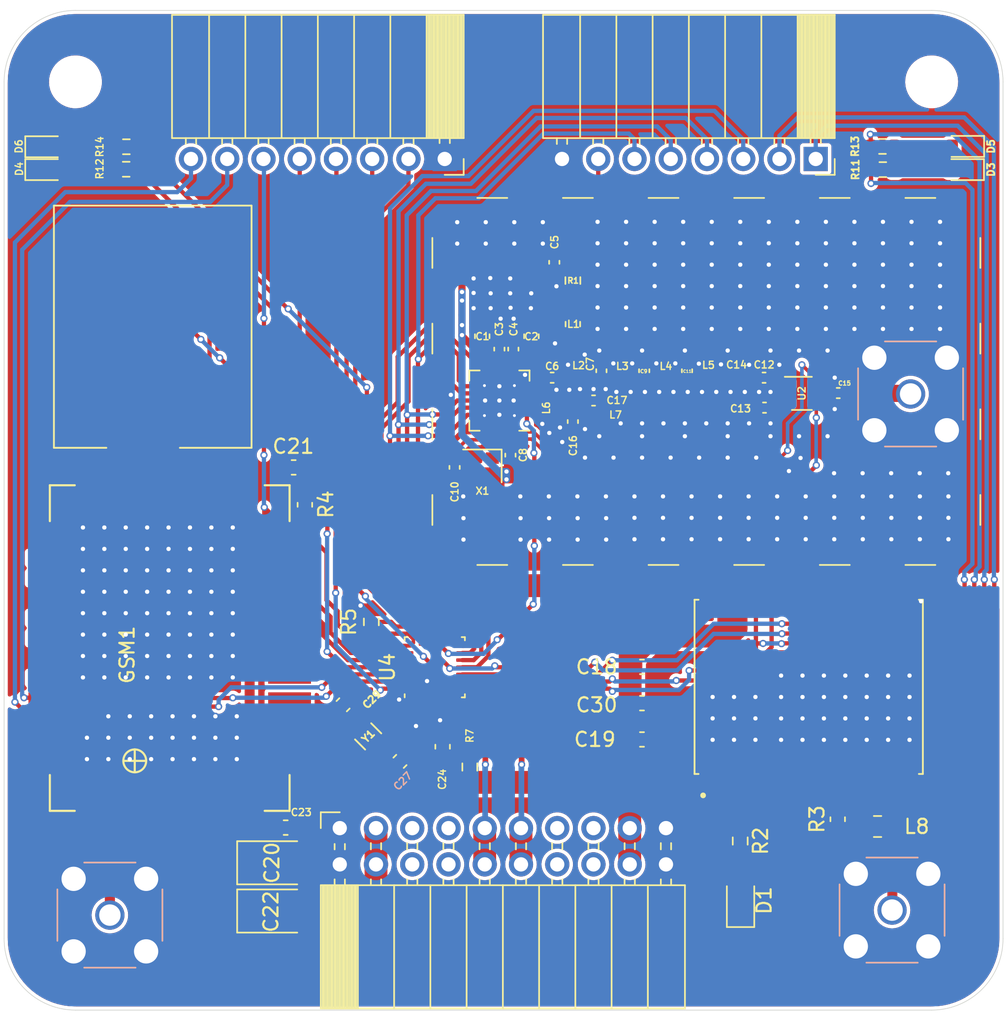
<source format=kicad_pcb>
(kicad_pcb (version 20211014) (generator pcbnew)
  (layers (0 "F.Cu" signal) (31 "B.Cu" signal) (34 "B.Paste" user) (35 "F.Paste" user) (36 "B.SilkS" user "B.Silkscreen") (37 "F.SilkS" user "F.Silkscreen") (38 "B.Mask" user) (39 "F.Mask" user) (44 "Edge.Cuts" user))
  (net 0 "")
  (net 1 "+3V3")
  (net 2 "GND")
  (net 3 "+4V")
  (net 4 "Net-(C6-Pad1)")
  (net 5 "/SI4463/TX_UM")
  (net 6 "/SI4463/TX_M")
  (net 7 "Net-(C9-Pad2)")
  (net 8 "Net-(C10-Pad1)")
  (net 9 "/SI4463/XOUT")
  (net 10 "Net-(C11-Pad2)")
  (net 11 "Net-(C12-Pad1)")
  (net 12 "/SI4463/TX")
  (net 13 "/SI4463/RX")
  (net 14 "Net-(C13-Pad2)")
  (net 15 "/SI4463/TX_F")
  (net 16 "Net-(C15-Pad1)")
  (net 17 "/SI4463/ANT")
  (net 18 "/SI4463/RXp")
  (net 19 "/SI4463/RXn")
  (net 20 "Net-(R2-Pad1)")
  (net 21 "/GPRS/GSM_RST")
  (net 22 "/MCU/OSC32_IN")
  (net 23 "/IO/~{RST}")
  (net 24 "/MCU/OSC32_OUT")
  (net 25 "Net-(D1-Pad2)")
  (net 26 "Net-(R11-Pad2)")
  (net 27 "/MCU/LED3")
  (net 28 "Net-(R12-Pad2)")
  (net 29 "/MCU/LED2")
  (net 30 "Net-(R13-Pad2)")
  (net 31 "/MCU/LED1")
  (net 32 "Net-(R14-Pad2)")
  (net 33 "/MCU/LED0")
  (net 34 "/GPS/ANT")
  (net 35 "/GPRS/ANT")
  (net 40 "/IO/MCU_RX")
  (net 41 "/IO/MCU_TX")
  (net 46 "/IO/RF_MOSI")
  (net 47 "/IO/RF_SCK")
  (net 48 "/GPS/GPS_TX")
  (net 49 "/GPS/GPS_RX")
  (net 50 "/IO/TX")
  (net 51 "/GPRS/GSM_TX")
  (net 52 "/GPRS/GSM_RX")
  (net 53 "/IO/RF_NSS")
  (net 54 "/IO/RF_MISO")
  (net 55 "Net-(L1-Pad2)")
  (net 56 "Net-(L8-Pad2)")
  (net 57 "Net-(R3-Pad1)")
  (net 58 "/SI4463/GPIO2")
  (net 59 "/SI4463/GPIO3")
  (net 60 "/MCU/RF_IRQ")
  (net 61 "/MCU/RF_DIO0")
  (net 62 "/MCU/RF_RST")
  (net 63 "/GPRS/GSM_PWR")
  (net 64 "/GPRS/GSM_GPIO1_INT")
  (net 66 "/IO/SW_IO")
  (net 67 "/IO/SW_CLK")
  (net 77 "/GPRS/SIM_RST")
  (net 78 "/GPRS/SIM_CLK")
  (net 79 "/GPRS/SIM_VSIM")
  (net 80 "/GPRS/SIM_DATA")
  (footprint "Package_DFN_QFN:QFN-28_4x4mm_P0.5mm" (layer "F.Cu") (at 121.6246 109.243867 90)
    (fp_text reference "U4")
    (fp_text value "STM32G071GBU")
  )
  (footprint "Capacitor_SMD:C_0402_1005Metric" (layer "F.Cu") (at 129.8506 88.9656 180)
    (fp_text reference "C6")
    (fp_text value "9.1pF")
  )
  (footprint "Capacitor_SMD:C_0402_1005Metric" (layer "F.Cu") (at 136.3006 88.483 -90)
    (fp_text reference "C9")
    (fp_text value "12pF")
  )
  (footprint "Capacitor_SMD:C_0402_1005Metric" (layer "F.Cu") (at 139.3006 88.483 -90)
    (fp_text reference "C11")
    (fp_text value "10pF")
  )
  (footprint "LED_SMD:LED_0805_2012Metric_Pad1.15x1.40mm_HandSolder" (layer "F.Cu") (at 143.0528 125.5776 90)
    (fp_text reference "D1")
    (fp_text value "LED")
  )
  (footprint "Resistor_SMD:R_0603_1608Metric" (layer "F.Cu") (at 152.9974 72.771)
    (fp_text reference "R13")
    (fp_text value "120")
  )
  (footprint "Resistor_SMD:R_0603_1608Metric" (layer "F.Cu") (at 153.0228 74.3966)
    (fp_text reference "R11")
    (fp_text value "120")
  )
  (footprint "Resistor_SMD:R_0603_1608Metric_Pad0.98x0.95mm_HandSolder" (layer "F.Cu") (at 143.0274 121.412 -90)
    (fp_text reference "R2")
    (fp_text value "12k")
  )
  (footprint "Capacitor_SMD:C_0805_2012Metric_Pad1.18x1.45mm_HandSolder" (layer "F.Cu") (at 152.654 120.396 180)
    (fp_text reference "L8")
    (fp_text value "30uH")
  )
  (footprint "Capacitor_SMD:C_0603_1608Metric" (layer "F.Cu") (at 149.86 119.888 -90)
    (fp_text reference "R3")
    (fp_text value "10")
  )
  (footprint "Inductor_SMD:L_0402_1005Metric" (layer "F.Cu") (at 134.8006 88.9656)
    (fp_text reference "L3")
    (fp_text value "30nH")
  )
  (footprint "Inductor_SMD:L_0402_1005Metric" (layer "F.Cu") (at 131.8006 88.9656)
    (fp_text reference "L2")
    (fp_text value "33nH")
  )
  (footprint "Capacitor_Tantalum_SMD:CP_EIA-3528-21_Kemet-B" (layer "F.Cu") (at 110.236 126.3142)
    (fp_text reference "C22")
    (fp_text value "220uF")
  )
  (footprint "footprints:MOLEX_78800-0001" (layer "F.Cu") (at 101.8602 85.3974 -90)
    (fp_text reference "J4" hide)
    (fp_text value "Card_Holder")
  )
  (footprint "Capacitor_SMD:C_0402_1005Metric" (layer "F.Cu") (at 126.1506 86.9656 90)
    (fp_text reference "C3")
    (fp_text value "0.1uF")
  )
  (footprint "Connector_PinSocket_2.54mm:PinSocket_1x08_P2.54mm_Horizontal" (layer "F.Cu") (at 122.32 73.65 -90)
    (fp_text reference "J6" hide)
    (fp_text value "D1")
  )
  (footprint "Resistor_SMD:R_0603_1608Metric" (layer "F.Cu") (at 99.9998 74.3712 180)
    (fp_text reference "R12")
    (fp_text value "120")
  )
  (footprint "Capacitor_SMD:C_0603_1608Metric" (layer "F.Cu") (at 124.9506 86.0656 90)
    (fp_text reference "C1")
    (fp_text value "4.7uF")
  )
  (footprint "Resistor_SMD:R_0603_1608Metric_Pad0.98x0.95mm_HandSolder" (layer "F.Cu") (at 124.079 116.2304 90)
    (fp_text reference "R7")
    (fp_text value "12k")
  )
  (footprint "Capacitor_SMD:C_0603_1608Metric" (layer "F.Cu") (at 115.198483 111.87195 45)
    (fp_text reference "C29")
    (fp_text value "12.5pF")
  )
  (footprint "Capacitor_SMD:C_0603_1608Metric" (layer "F.Cu") (at 119.186283 115.83435 -135)
    (fp_text reference "C27")
    (fp_text value "12.5pF")
  )
  (footprint "Package_TO_SOT_SMD:SOT-363_SC-70-6" (layer "F.Cu") (at 147.3506 90.0656)
    (fp_text reference "U2")
    (fp_text value "AS179-92LF")
  )
  (footprint "Capacitor_SMD:C_0603_1608Metric" (layer "F.Cu") (at 128.397 86.0656 90)
    (fp_text reference "C2")
    (fp_text value "4.7uF")
  )
  (footprint "MountingHole:MountingHole_3.2mm_M3" (layer "F.Cu") (at 156.445 68.25)
    (fp_text reference "H2")
    (fp_text value "Spacer")
  )
  (footprint "Capacitor_SMD:C_0402_1005Metric" (layer "F.Cu") (at 149.8976 90.043)
    (fp_text reference "C15")
    (fp_text value "680pF")
  )
  (footprint "RF_Shielding:Laird_Technologies_BMI-S-205-F_38.10x25.40mm" (layer "F.Cu") (at 140.6546 89.2302)
    (fp_text reference "J8")
    (fp_text value "BMI-S-205-C")
  )
  (footprint "Capacitor_SMD:C_0402_1005Metric" (layer "F.Cu") (at 132.7506 90.5656)
    (fp_text reference "C17")
    (fp_text value "2.4pF")
  )
  (footprint "MountingHole:MountingHole_3.2mm_M3" (layer "F.Cu") (at 96.445 68.25)
    (fp_text reference "H1")
    (fp_text value "Spacer")
  )
  (footprint "Capacitor_SMD:C_0402_1005Metric" (layer "F.Cu") (at 126.9256 94.3906 -90)
    (fp_text reference "C8")
    (fp_text value "100nF")
  )
  (footprint "footprints:A6_GSM" (layer "F.Cu") (at 103.05 107.9 -90)
    (fp_text reference "GSM1")
    (fp_text value "A6_GSM")
  )
  (footprint "Connector_PinSocket_2.54mm:PinSocket_2x10_P2.54mm_Horizontal" (layer "F.Cu") (at 114.9658 120.5086 90)
    (fp_text reference "J5")
    (fp_text value "BackBone")
  )
  (footprint "Capacitor_SMD:C_0603_1608Metric" (layer "F.Cu") (at 136.144 111.76)
    (fp_text reference "C30")
    (fp_text value "4.7uF")
  )
  (footprint "Inductor_SMD:L_0402_1005Metric" (layer "F.Cu") (at 137.8006 88.9656)
    (fp_text reference "L4")
    (fp_text value "36nH")
  )
  (footprint "Inductor_SMD:L_0603_1608Metric" (layer "F.Cu") (at 131.3006 85.2156 90)
    (fp_text reference "L1")
    (fp_text value "220nH")
  )
  (footprint "footprints:XCVR_NEO-6M-GPS" (layer "F.Cu") (at 147.828 110.617 90)
    (fp_text reference "U3" hide)
    (fp_text value "NEO-6M-0-001")
  )
  (footprint "Capacitor_SMD:C_0603_1608Metric" (layer "F.Cu") (at 111.7346 95.25 180)
    (fp_text reference "C21")
    (fp_text value "0.1uF")
  )
  (footprint "Capacitor_SMD:C_0402_1005Metric" (layer "F.Cu") (at 144.7006 88.9656 180)
    (fp_text reference "C12")
    (fp_text value "680pF")
  )
  (footprint "Crystal:Crystal_SMD_2016-4Pin_2.0x1.6mm" (layer "F.Cu") (at 124.9596 95.1466 180)
    (fp_text reference "X1")
    (fp_text value "TCXO 30 MHz")
  )
  (footprint "Capacitor_SMD:C_0603_1608Metric" (layer "F.Cu") (at 112.522 97.8662 90)
    (fp_text reference "R4")
    (fp_text value "12k")
  )
  (footprint "Resistor_SMD:R_0603_1608Metric" (layer "F.Cu") (at 100.0121 72.7964 180)
    (fp_text reference "R14")
    (fp_text value "120")
  )
  (footprint "Capacitor_SMD:C_0402_1005Metric" (layer "F.Cu") (at 123.0122 95.25 90)
    (fp_text reference "C10")
    (fp_text value "100pF")
  )
  (footprint "Capacitor_SMD:C_0603_1608Metric" (layer "F.Cu") (at 136.144 114.3)
    (fp_text reference "C19")
    (fp_text value "4.7uF")
  )
  (footprint "Capacitor_SMD:C_0603_1608Metric" (layer "F.Cu") (at 122.174 114.808 90)
    (fp_text reference "C24")
    (fp_text value "0.1uF")
  )
  (footprint "Capacitor_SMD:C_0402_1005Metric" (layer "F.Cu") (at 131.3006 92.039 90)
    (fp_text reference "C16")
    (fp_text value "4.7pF")
  )
  (footprint "Capacitor_SMD:C_0603_1608Metric" (layer "F.Cu") (at 136.144 109.22)
    (fp_text reference "C18")
    (fp_text value "0.1uF")
  )
  (footprint "Resistor_SMD:R_0603_1608Metric" (layer "F.Cu") (at 117.1796 106.068867 90)
    (fp_text reference "R5")
    (fp_text value "12k")
  )
  (footprint "Capacitor_SMD:C_0603_1608Metric" (layer "F.Cu") (at 111.1758 120.4722)
    (fp_text reference "C23")
    (fp_text value "0.1uF")
  )
  (footprint "Inductor_SMD:L_0402_1005Metric" (layer "F.Cu") (at 140.8006 88.9656)
    (fp_text reference "L5")
    (fp_text value "22nH")
  )
  (footprint "Capacitor_SMD:C_0402_1005Metric" (layer "F.Cu") (at 127.1298 86.9656 90)
    (fp_text reference "C4")
    (fp_text value "0.1uF")
  )
  (footprint "Inductor_SMD:L_0402_1005Metric" (layer "F.Cu") (at 130.2506 91.0656 -90)
    (fp_text reference "L6")
    (fp_text value "62nH")
  )
  (footprint "Capacitor_SMD:C_0402_1005Metric" (layer "F.Cu") (at 142.7602 88.9762 180)
    (fp_text reference "C14")
    (fp_text value "10pF")
  )
  (footprint "footprints:XTAL_FC-135R_32.7680KA-AG0" (layer "F.Cu") (at 116.9562 114.086867 135)
    (fp_text reference "Y1")
    (fp_text value "FC-135R_32.7680KA-AG0")
  )
  (footprint "Capacitor_SMD:C_0402_1005Metric" (layer "F.Cu") (at 130 80.8858 -90)
    (fp_text reference "C5")
    (fp_text value "0.1uF")
  )
  (footprint "Resistor_SMD:R_0603_1608Metric" (layer "F.Cu") (at 131.3006 82.1656 -90)
    (fp_text reference "R1")
    (fp_text value "24")
  )
  (footprint "Inductor_SMD:L_0402_1005Metric" (layer "F.Cu") (at 132.7506 91.5656)
    (fp_text reference "L7")
    (fp_text value "56nH")
  )
  (footprint "Capacitor_SMD:C_0402_1005Metric" (layer "F.Cu") (at 133.3006 88.483 -90)
    (fp_text reference "C7")
    (fp_text value "15pF")
  )
  (footprint "Capacitor_SMD:C_0402_1005Metric" (layer "F.Cu") (at 144.732 91.0656)
    (fp_text reference "C13")
    (fp_text value "680pF")
  )
  (footprint "LED_SMD:LED_0603_1608Metric" (layer "F.Cu") (at 158.623 74.3966 180)
    (fp_text reference "D3")
    (fp_text value "LED")
  )
  (footprint "LED_SMD:LED_0603_1608Metric" (layer "F.Cu") (at 94.4119 74.3966)
    (fp_text reference "D4")
    (fp_text value "LED")
  )
  (footprint "Connector_PinSocket_2.54mm:PinSocket_1x08_P2.54mm_Horizontal" (layer "F.Cu") (at 148.32 73.65 -90)
    (fp_text reference "J7" hide)
    (fp_text value "D2")
  )
  (footprint "LED_SMD:LED_0603_1608Metric" (layer "F.Cu") (at 94.4119 72.7964)
    (fp_text reference "D6")
    (fp_text value "LED")
  )
  (footprint "Package_DFN_QFN:QFN-20-1EP_4x4mm_P0.5mm_EP2.6x2.6mm_ThermalVias" (layer "F.Cu") (at 126.155 90.571 180)
    (fp_text reference "U1" hide)
    (fp_text value "SI4463")
  )
  (footprint "Capacitor_Tantalum_SMD:CP_EIA-3528-21_Kemet-B" (layer "F.Cu") (at 110.236 122.936)
    (fp_text reference "C20")
    (fp_text value "220uF")
  )
  (footprint "LED_SMD:LED_0603_1608Metric" (layer "F.Cu") (at 158.6352 72.771 180)
    (fp_text reference "D5")
    (fp_text value "LED")
  )
  (footprint "Connector_Coaxial:SMA_Amphenol_132134-16_Vertical" (layer "B.Cu") (at 98.8568 126.6 180)
    (fp_text reference "J3")
    (fp_text value "SMA")
  )
  (footprint "Connector_Coaxial:SMA_Amphenol_132134-16_Vertical" (layer "B.Cu") (at 153.67 126.25 90)
    (fp_text reference "J2")
    (fp_text value "SMA")
  )
  (footprint "Connector_Coaxial:SMA_Amphenol_132134-16_Vertical" (layer "B.Cu") (at 154.9682 90.1086 180)
    (fp_text reference "J1" hide)
    (fp_text value "SMA")
  )
  (gr_arc (start 96.445 133.25) (mid 92.909466 131.785534) (end 91.445 128.25) (layer "Edge.Cuts") (width 0.05))
  (gr_line (start 91.445 128.25) (end 91.445 68.25) (layer "Edge.Cuts") (width 0.05))
  (gr_line (start 161.445 68.25) (end 161.445 128.25) (layer "Edge.Cuts") (width 0.05))
  (gr_arc (start 156.445 63.25) (mid 159.980534 64.714466) (end 161.445 68.25) (layer "Edge.Cuts") (width 0.05))
  (gr_arc (start 91.445 68.25) (mid 92.909466 64.714466) (end 96.445 63.25) (layer "Edge.Cuts") (width 0.05))
  (gr_arc (start 161.445 128.25) (mid 159.980534 131.785534) (end 156.445 133.25) (layer "Edge.Cuts") (width 0.05))
  (gr_line (start 96.445 63.25) (end 156.445 63.25) (layer "Edge.Cuts") (width 0.05))
  (gr_line (start 156.445 133.25) (end 96.445 133.25) (layer "Edge.Cuts") (width 0.05))
  (segment (start 135.315 118.2193) (end 134.40135 117.30565) (width 1.6) (layer "F.Cu") (net 1))
  (segment (start 134.85855 117.30565) (end 135.315 116.8492) (width 1.6) (layer "F.Cu") (net 1))
  (segment (start 123.5306 86.0456) (end 123.5306 85.9856) (width 0.5) (layer "F.Cu") (net 1))
  (segment (start 133.64635 117.30565) (end 134.52685 117.30565) (width 1.6) (layer "F.Cu") (net 1))
  (segment (start 135.315 117.789) (end 135.315 116.8492) (width 1.6) (layer "F.Cu") (net 1))
  (segment (start 130.0006 81.3756) (end 127.7606 81.3756) (width 0.5) (layer "F.Cu") (net 1))
  (segment (start 124.9506 86.8531) (end 125.358092 86.8531) (width 0.5) (layer "F.Cu") (net 1))
  (segment (start 128.778 82.462941) (end 129.667 83.351941) (width 0.5) (layer "F.Cu") (net 1))
  (segment (start 123.5306 84.5856) (end 123.5306 81.6856) (width 0.5) (layer "F.Cu") (net 1))
  (segment (start 126.205778 103.5304) (end 125.709111 103.033733) (width 1.6) (layer "F.Cu") (net 1))
  (segment (start 134.52685 117.30565) (end 134.83165 117.30565) (width 1.6) (layer "F.Cu") (net 1))
  (segment (start 136.871268 107.061) (end 139.446 107.061) (width 1.6) (layer "F.Cu") (net 1))
  (segment (start 135.315 116.8492) (end 135.315 116.392) (width 1.6) (layer "F.Cu") (net 1))
  (segment (start 135.369 109.22) (end 135.369 107.455) (width 1) (layer "F.Cu") (net 1))
  (segment (start 141.384 107.061) (end 141.928 106.517) (width 1) (layer "F.Cu") (net 1))
  (segment (start 133.08 74.9714) (end 133.08 73.65) (width 0.3) (layer "F.Cu") (net 1))
  (segment (start 124.3381 86.8531) (end 124.9506 86.8531) (width 0.5) (layer "F.Cu") (net 1))
  (segment (start 125.695582 87.19059) (end 125.715544 87.19059) (width 0.5) (layer "F.Cu") (net 1))
  (segment (start 128.5506 81.8656) (end 129.0381 81.3781) (width 0.5) (layer "F.Cu") (net 1))
  (segment (start 128.778 82.393) (end 128.778 82.462941) (width 0.5) (layer "F.Cu") (net 1))
  (segment (start 127.1506 88.6406) (end 127.1506 87.4506) (width 0.25) (layer "F.Cu") (net 1))
  (segment (start 141.928 106.517) (end 141.928 104.617) (width 1) (layer "F.Cu") (net 1))
  (segment (start 131.3006 81.3406) (end 131.3006 76.7508) (width 0.3) (layer "F.Cu") (net 1))
  (segment (start 127.7631 81.3781) (end 127.4706 81.0856) (width 0.5) (layer "F.Cu") (net 1))
  (segment (start 124.3381 86.8531) (end 123.5306 86.0456) (width 0.5) (layer "F.Cu") (net 1))
  (segment (start 134.83165 117.30565) (end 135.315 117.789) (width 1.6) (layer "F.Cu") (net 1))
  (segment (start 128.2506 81.8656) (end 128.5506 81.8656) (width 0.5) (layer "F.Cu") (net 1))
  (segment (start 129.667 83.351941) (end 129.667 85.979) (width 0.5) (layer "F.Cu") (net 1))
  (segment (start 135.369 109.22) (end 135.369 108.563268) (width 1.6) (layer "F.Cu") (net 1))
  (segment (start 128.7381 81.3781) (end 127.7631 81.3781) (width 0.5) (layer "F.Cu") (net 1))
  (segment (start 123.82984 117.30565) (end 133.64635 117.30565) (width 1.6) (layer "F.Cu") (net 1))
  (segment (start 123.5306 81.6856) (end 123.5306 81.0856) (width 0.5) (layer "F.Cu") (net 1))
  (segment (start 127.4706 81.0856) (end 128.2506 81.8656) (width 0.5) (layer "F.Cu") (net 1))
  (segment (start 121.1072 112.776) (end 121.1072 114.7826) (width 0.7) (layer "F.Cu") (net 1))
  (segment (start 128.2506 81.8656) (end 128.778 82.393) (width 0.5) (layer "F.Cu") (net 1))
  (segment (start 131.9022 103.5304) (end 126.205778 103.5304) (width 1.6) (layer "F.Cu") (net 1))
  (segment (start 135.315 116.392) (end 135.315 107.509) (width 1.6) (layer "F.Cu") (net 1))
  (segment (start 127.7606 81.3756) (end 127.4706 81.0856) (width 0.5) (layer "F.Cu") (net 1))
  (segment (start 125.358092 86.8531) (end 125.695582 87.19059) (width 0.5) (layer "F.Cu") (net 1))
  (segment (start 135.2858 118.5616) (end 135.2858 118.1029) (width 1.6) (layer "F.Cu") (net 1))
  (segment (start 123.8706 81.0856) (end 123.9706 81.0856) (width 0.5) (layer "F.Cu") (net 1))
  (segment (start 123.5306 81.0856) (end 123.8706 81.0856) (width 0.5) (layer "F.Cu") (net 1))
  (segment (start 123.5306 85.9856) (end 123.5306 85.2856) (width 0.5) (layer "F.Cu") (net 1))
  (segment (start 128.815689 86.421911) (end 129.20503 86.421911) (width 0.5) (layer "F.Cu") (net 1))
  (segment (start 129.20503 86.421911) (end 129.667 85.959941) (width 0.5) (layer "F.Cu") (net 1))
  (segment (start 125.709111 103.033733) (end 125.709111 96.1136) (width 1.6) (layer "F.Cu") (net 1))
  (segment (start 141.384 107.061) (end 142.184 107.061) (width 1.6) (layer "F.Cu") (net 1))
  (segment (start 123.5306 85.2856) (end 123.5306 84.5856) (width 0.5) (layer "F.Cu") (net 1))
  (segment (start 121.1246 112.7426) (end 121.1246 111.181367) (width 0.3) (layer "F.Cu") (net 1))
  (segment (start 125.715544 87.19059) (end 125.975554 87.4506) (width 0.5) (layer "F.Cu") (net 1))
  (segment (start 129.0381 81.3781) (end 128.7381 81.3781) (width 0.5) (layer "F.Cu") (net 1))
  (segment (start 133.64635 117.30565) (end 134.40135 117.30565) (width 1.6) (layer "F.Cu") (net 1))
  (segment (start 135.369 108.563268) (end 136.871268 107.061) (width 1.6) (layer "F.Cu") (net 1))
  (segment (start 131.3006 81.3781) (end 129.0381 81.3781) (width 0.5) (layer "F.Cu") (net 1))
  (segment (start 123.5306 81.5256) (end 123.9706 81.0856) (width 0.5) (layer "F.Cu") (net 1))
  (segment (start 122.174 115.64981) (end 123.82984 117.30565) (width 1.6) (layer "F.Cu") (net 1))
  (segment (start 121.1072 114.7826) (end 121.8946 115.57) (width 0.7) (layer "F.Cu") (net 1))
  (segment (start 134.52685 117.30565) (end 134.85855 117.30565) (width 1.6) (layer "F.Cu") (net 1))
  (segment (start 131.3006 76.7508) (end 133.08 74.9714) (width 0.3) (layer "F.Cu") (net 1))
  (segment (start 123.5306 81.6856) (end 123.5306 81.4256) (width 0.5) (layer "F.Cu") (net 1))
  (segment (start 125.975554 87.4506) (end 126.1506 87.4506) (width 0.5) (layer "F.Cu") (net 1))
  (segment (start 128.2506 81.8656) (end 128.7381 81.3781) (width 0.5) (layer "F.Cu") (net 1))
  (segment (start 134.40135 117.30565) (end 135.315 116.392) (width 1.6) (layer "F.Cu") (net 1))
  (segment (start 123.5306 81.6856) (end 123.5306 81.5256) (width 0.5) (layer "F.Cu") (net 1))
  (segment (start 135.315 107.509) (end 135.369 107.455) (width 1.6) (layer "F.Cu") (net 1))
  (segment (start 135.2858 120.5086) (end 135.2858 123.0486) (width 1.6) (layer "F.Cu") (net 1))
  (segment (start 126.1506 87.4506) (end 126.1506 88.6406) (width 0.25) (layer "F.Cu") (net 1))
  (segment (start 127.1506 87.4506) (end 127.787 87.4506) (width 0.5) (layer "F.Cu") (net 1))
  (segment (start 127.787 87.4506) (end 128.815689 86.421911) (width 0.5) (layer "F.Cu") (net 1))
  (segment (start 142.184 107.061) (end 142.728489 106.516511) (width 1.6) (layer "F.Cu") (net 1))
  (segment (start 123.9706 81.0856) (end 127.4706 81.0856) (width 0.5) (layer "F.Cu") (net 1))
  (segment (start 142.728489 106.516511) (end 142.728489 104.617) (width 1.6) (layer "F.Cu") (net 1))
  (segment (start 135.369 106.9972) (end 131.9022 103.5304) (width 1.6) (layer "F.Cu") (net 1))
  (segment (start 135.315 118.678) (end 135.315 117.789) (width 1.6) (layer "F.Cu") (net 1))
  (segment (start 135.2858 120.5086) (end 135.2858 118.5616) (width 1.6) (layer "F.Cu") (net 1))
  (segment (start 135.369 107.455) (end 135.369 106.9972) (width 1.6) (layer "F.Cu") (net 1))
  (segment (start 123.5306 81.4256) (end 123.8706 81.0856) (width 0.5) (layer "F.Cu") (net 1))
  (segment (start 139.446 107.061) (end 141.384 107.061) (width 1.6) (layer "F.Cu") (net 1))
  (segment (start 143.028 104.617) (end 143.028 106.654) (width 1) (layer "F.Cu") (net 1))
  (via (at 123.5306 82.9656) (size 0.5) (drill 0.3) (layers "F.Cu" "B.Cu") (net 1))
  (via (at 126.6506 96.0906) (size 0.5) (drill 0.3) (layers "F.Cu" "B.Cu") (net 1))
  (via (at 126.6506 95.5406) (size 0.5) (drill 0.3) (layers "F.Cu" "B.Cu") (net 1))
  (via (at 123.5306 85.2856) (size 0.5) (drill 0.3) (layers "F.Cu" "B.Cu") (net 1))
  (via (at 123.5306 85.9856) (size 0.5) (drill 0.3) (layers "F.Cu" "B.Cu") (net 1))
  (via (at 123.5306 83.5656) (size 0.5) (drill 0.3) (layers "F.Cu" "B.Cu") (net 1))
  (segment (start 126.0881 95.5281) (end 126.6506 96.0906) (width 0.5) (layer "B.Cu") (net 1))
  (segment (start 123.5306 84.5856) (end 123.5306 85.9856) (width 0.5) (layer "B.Cu") (net 1))
  (segment (start 123.5306 85.9856) (end 123.5306 92.9706) (width 0.5) (layer "B.Cu") (net 1))
  (segment (start 126.6506 95.5406) (end 126.1006 95.5406) (width 0.5) (layer "B.Cu") (net 1))
  (segment (start 126.6506 95.5406) (end 126.5006 95.5406) (width 0.5) (layer "B.Cu") (net 1))
  (segment (start 126.1006 95.5406) (end 126.0881 95.5281) (width 0.5) (layer "B.Cu") (net 1))
  (segment (start 125.0381 94.4781) (end 126.0881 95.5281) (width 0.5) (layer "B.Cu") (net 1))
  (segment (start 123.5306 92.9706) (end 125.0381 94.4781) (width 0.5) (layer "B.Cu") (net 1))
  (segment (start 126.6506 96.0906) (end 126.6506 95.5406) (width 0.5) (layer "B.Cu") (net 1))
  (segment (start 123.5306 84.5856) (end 123.5306 82.9656) (width 0.5) (layer "B.Cu") (net 1))
  (segment (start 119.126 111.506) (end 115.928549 111.506) (width 0.3) (layer "F.Cu") (net 2))
  (segment (start 100.25 122.87) (end 101.44 124.06) (width 0.7) (layer "F.Cu") (net 2))
  (segment (start 120.3077 114.7185) (end 119.739858 115.286342) (width 0.3) (layer "F.Cu") (net 2))
  (segment (start 100.25 119.3) (end 100.25 122.87) (width 0.7) (layer "F.Cu") (net 2))
  (segment (start 116.740445 105.243867) (end 117.1796 105.243867) (width 0.3) (layer "F.Cu") (net 2))
  (segment (start 121.808778 89.2302) (end 122.748578 90.17) (width 0.3) (layer "F.Cu") (net 2))
  (segment (start 126.5406 93.9056) (end 126.20059 93.56559) (width 0.25) (layer "F.Cu") (net 2))
  (segment (start 124.9506 93.7656) (end 125.9006 93.7656) (width 0.25) (layer "F.Cu") (net 2))
  (segment (start 126.3506 93.7656) (end 126.3756 93.7406) (width 0.25) (layer "F.Cu") (net 2))
  (segment (start 100.25 122.9132) (end 101.3968 124.06) (width 0.7) (layer "F.Cu") (net 2))
  (segment (start 97.45 119.3) (end 97.45 122.97) (width 0.7) (layer "F.Cu") (net 2))
  (segment (start 125.9006 93.7656) (end 126.1506 93.5156) (width 0.25) (layer "F.Cu") (net 2))
  (segment (start 122.174 113.1316) (end 121.9962 112.9538) (width 0.3) (layer "F.Cu") (net 2))
  (segment (start 97.45 119.3) (end 97.45 122.9268) (width 0.7) (layer "F.Cu") (net 2))
  (segment (start 115.928549 111.506) (end 115.746491 111.323942) (width 0.3) (layer "F.Cu") (net 2))
  (segment (start 97.45 122.97) (end 96.36 124.06) (width 0.7) (layer "F.Cu") (net 2))
  (segment (start 126.155 92.496) (end 126.155 91.57) (width 0.3) (layer "F.Cu") (net 2))
  (segment (start 97.45 122.9268) (end 96.3168 124.06) (width 0.7) (layer "F.Cu") (net 2))
  (segment (start 121.6246 110.661183) (end 121.6246 111.181367) (width 0.3) (layer "F.Cu") (net 2))
  (segment (start 120.3077 113.3602) (end 120.3077 114.7185) (width 0.3) (layer "F.Cu") (net 2))
  (segment (start 119.739858 115.286342) (end 119.734291 115.286342) (width 0.3) (layer "F.Cu") (net 2))
  (segment (start 122.174 114.033) (end 122.174 113.1316) (width 0.3) (layer "F.Cu") (net 2))
  (segment (start 121.0818 110.2106) (end 121.174017 110.2106) (width 0.3) (layer "F.Cu") (net 2))
  (segment (start 124.2506 94.5906) (end 124.2506 94.4656) (width 0.25) (layer "F.Cu") (net 2))
  (segment (start 155.6964 104.617) (end 155.702 104.6226) (width 0.3) (layer "F.Cu") (net 2))
  (segment (start 124.2506 94.4656) (end 124.9506 93.7656) (width 0.25) (layer "F.Cu") (net 2))
  (segment (start 126.1506 93.5156) (end 126.3756 93.7406) (width 0.25) (layer "F.Cu") (net 2))
  (segment (start 126.1506 93.2906) (end 126.1506 93.5156) (width 0.25) (layer "F.Cu") (net 2))
  (segment (start 125.9006 93.7656) (end 126.3506 93.7656) (width 0.25) (layer "F.Cu") (net 2))
  (segment (start 126.9256 93.9056) (end 126.5406 93.9056) (width 0.25) (layer "F.Cu") (net 2))
  (segment (start 121.7046 89.2302) (end 121.808778 89.2302) (width 0.3) (layer "F.Cu") (net 2))
  (segment (start 154.828 104.617) (end 155.6964 104.617) (width 0.3) (layer "F.Cu") (net 2))
  (segment (start 116.421899 104.925321) (end 116.740445 105.243867) (width 0.3) (layer "F.Cu") (net 2))
  (segment (start 100.25 119.3) (end 100.25 122.9132) (width 0.7) (layer "F.Cu") (net 2))
  (segment (start 126.155 91.57) (end 126.1506 91.5656) (width 0.3) (layer "F.Cu") (net 2))
  (segment (start 121.174017 110.2106) (end 121.6246 110.661183) (width 0.3) (layer "F.Cu") (net 2))
  (segment (start 126.3756 93.7406) (end 126.5406 93.9056) (width 0.25) (layer "F.Cu") (net 2))
  (segment (start 126.1506 92.4906) (end 126.1506 93.2906) (width 0.25) (layer "F.Cu") (net 2))
  (via (at 141.032 84.0542) (size 0.5) (drill 0.3) (layers "F.Cu" "B.Cu") (net 2))
  (via (at 123.1966 78.0782) (size 0.5) (drill 0.3) (layers "F.Cu" "B.Cu") (net 2))
  (via (at 137.3506 89.9656) (size 0.5) (drill 0.3) (layers "F.Cu" "B.Cu") (net 2))
  (via (at 139.6182 100.2806) (size 0.5) (drill 0.3) (layers "F.Cu" "B.Cu") (net 2))
  (via (at 129.1966 78.0782) (size 0.5) (drill 0.3) (layers "F.Cu" "B.Cu") (net 2))
  (via (at 149.606 95.6564) (size 0.5) (drill 0.3) (layers "F.Cu" "B.Cu") (net 2))
  (via (at 130.1506 89.8156) (size 0.5) (drill 0.3) (layers "F.Cu" "B.Cu") (net 2))
  (via (at 143.032 82.5542) (size 0.5) (drill 0.3) (layers "F.Cu" "B.Cu") (net 2))
  (via (at 105.9688 106.958) (size 0.5) (drill 0.3) (layers "F.Cu" "B.Cu") (net 2))
  (via (at 143.032 79.5542) (size 0.5) (drill 0.3) (layers "F.Cu" "B.Cu") (net 2))
  (via (at 104.7496 112.6786) (size 0.5) (drill 0.3) (layers "F.Cu" "B.Cu") (net 2))
  (via (at 137.6506 92.1656) (size 0.5) (drill 0.3) (layers "F.Cu" "B.Cu") (net 2))
  (via (at 149.032 79.5542) (size 0.5) (drill 0.3) (layers "F.Cu" "B.Cu") (net 2))
  (via (at 132.1308 87.3506) (size 0.5) (drill 0.3) (layers "F.Cu" "B.Cu") (net 2))
  (via (at 125.539 84.0994) (size 0.5) (drill 0.3) (layers "F.Cu" "B.Cu") (net 2))
  (via (at 151.8934 111.3282) (size 0.5) (drill 0.3) (layers "F.Cu" "B.Cu") (net 2))
  (via (at 99.9688 108.458) (size 0.5) (drill 0.3) (layers "F.Cu" "B.Cu") (net 2))
  (via (at 101.4688 109.958) (size 0.5) (drill 0.3) (layers "F.Cu" "B.Cu") (net 2))
  (via (at 107.4688 102.458) (size 0.5) (drill 0.3) (layers "F.Cu" "B.Cu") (net 2))
  (via (at 96.9688 105.458) (size 0.5) (drill 0.3) (layers "F.Cu" "B.Cu") (net 2))
  (via (at 104.4688 102.458) (size 0.5) (drill 0.3) (layers "F.Cu" "B.Cu") (net 2))
  (via (at 142.1506 93.0656) (size 0.5) (drill 0.3) (layers "F.Cu" "B.Cu") (net 2))
  (via (at 131.8006 89.7656) (size 0.5) (drill 0.3) (layers "F.Cu" "B.Cu") (net 2))
  (via (at 139.6182 97.2806) (size 0.5) (drill 0.3) (layers "F.Cu" "B.Cu") (net 2))
  (via (at 99.9688 105.458) (size 0.5) (drill 0.3) (layers "F.Cu" "B.Cu") (net 2))
  (via (at 135.032 85.5542) (size 0.5) (drill 0.3) (layers "F.Cu" "B.Cu") (net 2))
  (via (at 132.1506 92.5656) (size 0.5) (drill 0.3) (layers "F.Cu" "B.Cu") (net 2))
  (via (at 105.9688 102.458) (size 0.5) (drill 0.3) (layers "F.Cu" "B.Cu") (net 2))
  (via (at 133.032 78.0542) (size 0.5) (drill 0.3) (layers "F.Cu" "B.Cu") (net 2))
  (via (at 131.0506 89.8156) (size 0.5) (drill 0.3) (layers "F.Cu" "B.Cu") (net 2))
  (via (at 138.4808 87.9656) (size 0.5) (drill 0.3) (layers "F.Cu" "B.Cu") (net 2))
  (via (at 150.3934 114.3282) (size 0.5) (drill 0.3) (layers "F.Cu" "B.Cu") (net 2))
  (via (at 104.4688 99.458) (size 0.5) (drill 0.3) (layers "F.Cu" "B.Cu") (net 2))
  (via (at 107.4688 99.458) (size 0.5) (drill 0.3) (layers "F.Cu" "B.Cu") (net 2))
  (via (at 121.0818 110.2106) (size 0.5) (drill 0.3) (layers "F.Cu" "B.Cu") (net 2))
  (via (at 145.8934 114.3282) (size 0.5) (drill 0.3) (layers "F.Cu" "B.Cu") (net 2))
  (via (at 153.6182 100.2806) (size 0.5) (drill 0.3) (layers "F.Cu" "B.Cu") (net 2))
  (via (at 105.9688 99.458) (size 0.5) (drill 0.3) (layers "F.Cu" "B.Cu") (net 2))
  (via (at 119.126 111.506) (size 0.5) (drill 0.3) (layers "F.Cu" "B.Cu") (net 2))
  (via (at 126.238 84.836) (size 0.5) (drill 0.3) (layers "F.Cu" "B.Cu") (net 2))
  (via (at 147.032 82.5542) (size 0.5) (drill 0.3) (layers "F.Cu" "B.Cu") (net 2))
  (via (at 107.4688 109.958) (size 0.5) (drill 0.3) (layers "F.Cu" "B.Cu") (net 2))
  (via (at 151.032 79.5542) (size 0.5) (drill 0.3) (layers "F.Cu" "B.Cu") (net 2))
  (via (at 151.032 84.0542) (size 0.5) (drill 0.3) (layers "F.Cu" "B.Cu") (net 2))
  (via (at 137.6182 98.7806) (size 0.5) (drill 0.3) (layers "F.Cu" "B.Cu") (net 2))
  (via (at 125.539 83.058) (size 0.5) (drill 0.3) (layers "F.Cu" "B.Cu") (net 2))
  (via (at 157.032 79.5542) (size 0.5) (drill 0.3) (layers "F.Cu" "B.Cu") (net 2))
  (via (at 107.4688 103.958) (size 0.5) (drill 0.3) (layers "F.Cu" "B.Cu") (net 2))
  (via (at 129.635 98.8046) (size 0.5) (drill 0.3) (layers "F.Cu" "B.Cu") (net 2))
  (via (at 150.3934 109.8282) (size 0.5) (drill 0.3) (layers "F.Cu" "B.Cu") (net 2))
  (via (at 124.3452 82.0166) (size 0.5) (drill 0.3) (layers "F.Cu" "B.Cu") (net 2))
  (via (at 99.9688 100.958) (size 0.5) (drill 0.3) (layers "F.Cu" "B.Cu") (net 2))
  (via (at 105.9688 105.458) (size 0.5) (drill 0.3) (layers "F.Cu" "B.Cu") (net 2))
  (via (at 141.3506 89.9656) (size 0.5) (drill 0.3) (layers "F.Cu" "B.Cu") (net 2))
  (via (at 153.606 95.6564) (size 0.5) (drill 0.3) (layers "F.Cu" "B.Cu") (net 2))
  (via (at 130.556 93.472) (size 0.5) (drill 0.3) (layers "F.Cu" "B.Cu") (net 2))
  (via (at 104.4688 100.958) (size 0.5) (drill 0.3) (layers "F.Cu" "B.Cu") (net 2))
  (via (at 147.6182 98.7806) (size 0.5) (drill 0.3) (layers "F.Cu" "B.Cu") (net 2))
  (via (at 99.9688 103.958) (size 0.5) (drill 0.3) (layers "F.Cu" "B.Cu") (net 2))
  (via (at 133.032 79.5542) (size 0.5) (drill 0.3) (layers "F.Cu" "B.Cu") (net 2))
  (via (at 98.4688 103.958) (size 0.5) (drill 0.3) (layers "F.Cu" "B.Cu") (net 2))
  (via (at 131.635 98.8046) (size 0.5) (drill 0.3) (layers "F.Cu" "B.Cu") (net 2))
  (via (at 103.2496 112.6786) (size 0.5) (drill 0.3) (layers "F.Cu" "B.Cu") (net 2))
  (via (at 127.9506 88.7656) (size 0.5) (drill 0.3) (layers "F.Cu" "B.Cu") (net 2))
  (via (at 102.9688 100.958) (size 0.5) (drill 0.3) (layers "F.Cu" "B.Cu") (net 2))
  (via (at 102.9688 105.458) (size 0.5) (drill 0.3) (layers "F.Cu" "B.Cu") (net 2))
  (via (at 126.9106 83.058) (size 0.5) (drill 0.3) (layers "F.Cu" "B.Cu") (net 2))
  (via (at 144.0942 114.3254) (size 0.5) (drill 0.3) (layers "F.Cu" "B.Cu") (net 2))
  (via (at 141.6182 98.7806) (size 0.5) (drill 0.3) (layers "F.Cu" "B.Cu") (net 2))
  (via (at 145.7706 88.0618) (size 0.5) (drill 0.3) (layers "F.Cu" "B.Cu") (net 2))
  (via (at 151.032 78.0542) (size 0.5) (drill 0.3) (layers "F.Cu" "B.Cu") (net 2))
  (via (at 137.032 85.5542) (size 0.5) (drill 0.3) (layers "F.Cu" "B.Cu") (net 2))
  (via (at 139.6182 98.7806) (size 0.5) (drill 0.3) (layers "F.Cu" "B.Cu") (net 2))
  (via (at 147.6182 100.2806) (size 0.5) (drill 0.3) (layers "F.Cu" "B.Cu") (net 2))
  (via (at 153.032 81.0542) (size 0.5) (drill 0.3) (layers "F.Cu" "B.Cu") (net 2))
  (via (at 138.1506 94.5656) (size 0.5) (drill 0.3) (layers "F.Cu" "B.Cu") (net 2))
  (via (at 104.4688 106.958) (size 0.5) (drill 0.3) (layers "F.Cu" "B.Cu") (net 2))
  (via (at 141.6812 88.0364) (size 0.5) (drill 0.3) (layers "F.Cu" "B.Cu") (net 2))
  (via (at 133.1506 87.0656) (size 0.5) (drill 0.3) (layers "F.Cu" "B.Cu") (net 2))
  (via (at 145.032 81.0542) (size 0.5) (drill 0.3) (layers "F.Cu" "B.Cu") (net 2))
  (via (at 136.1506 93.0656) (size 0.5) (drill 0.3) (layers "F.Cu" "B.Cu") (net 2))
  (via (at 100.2496 115.6786) (size 0.5) (drill 0.3) (layers "F.Cu" "B.Cu") (net 2))
  (via (at 98.4688 108.458) (size 0.5) (drill 0.3) (layers "F.Cu" "B.Cu") (net 2))
  (via (at 145.032 78.0542) (size 0.5) (drill 0.3) (layers "F.Cu" "B.Cu") (net 2))
  (via (at 148.8934 111.3282) (size 0.5) (drill 0.3) (layers "F.Cu" "B.Cu") (net 2))
  (via (at 142.5942 112.8254) (size 0.5) (drill 0.3) (layers "F.Cu" "B.Cu") (net 2))
  (via (at 142.1506 87.0656) (size 0.5) (drill 0.3) (layers "F.Cu" "B.Cu") (net 2))
  (via (at 130.1506 82.5656) (size 0.5) (drill 0.3) (layers "F.Cu" "B.Cu") (net 2))
  (via (at 155.032 81.0542) (size 0.5) (drill 0.3) (layers "F.Cu" "B.Cu") (net 2))
  (via (at 140.3506 89.9656) (size 0.5) (drill 0.3) (layers "F.Cu" "B.Cu") (net 2))
  (via (at 139.1506 87.0656) (size 0.5) (drill 0.3) (layers "F.Cu" "B.Cu") (net 2))
  (via (at 149.1506 93.0656) (size 0.5) (drill 0.3) (layers "F.Cu" "B.Cu") (net 2))
  (via (at 98.7496 115.6786) (size 0.5) (drill 0.3) (layers "F.Cu" "B.Cu") (net 2))
  (via (at 148.8934 112.8282) (size 0.5) (drill 0.3) (layers "F.Cu" "B.Cu") (net 2))
  (via (at 141.032 78.0542) (size 0.5) (drill 0.3) (layers "F.Cu" "B.Cu") (net 2))
  (via (at 135.6182 100.2806) (size 0.5) (drill 0.3) (layers "F.Cu" "B.Cu") (net 2))
  (via (at 153.032 82.5542) (size 0.5) (drill 0.3) (layers "F.Cu" "B.Cu") (net 2))
  (via (at 133.032 85.5542) (size 0.5) (drill 0.3) (layers "F.Cu" "B.Cu") (net 2))
  (via (at 155.032 82.5542) (size 0.5) (drill 0.3) (layers "F.Cu" "B.Cu") (net 2))
  (via (at 107.7496 112.6786) (size 0.5) (drill 0.3) (layers "F.Cu" "B.Cu") (net 2))
  (via (at 155.6182 98.7806) (size 0.5) (drill 0.3) (layers "F.Cu" "B.Cu") (net 2))
  (via (at 134.1374 87.9656) (size 0.5) (drill 0.3) (layers "F.Cu" "B.Cu") (net 2))
  (via (at 139.032 78.0542) (size 0.5) (drill 0.3) (layers "F.Cu" "B.Cu") (net 2))
  (via (at 127.1966 79.5782) (size 0.5) (drill 0.3) (layers "F.Cu" "B.Cu") (net 2))
  (via (at 153.032 78.0542) (size 0.5) (drill 0.3) (layers "F.Cu" "B.Cu") (net 2))
  (via (at 142.1506 92.1656) (size 0.5) (drill 0.3) (layers "F.Cu" "B.Cu") (net 2))
  (via (at 99.9688 99.458) (size 0.5) (drill 0.3) (layers "F.Cu" "B.Cu") (net 2))
  (via (at 147.032 85.5542) (size 0.5) (drill 0.3) (layers "F.Cu" "B.Cu") (net 2))
  (via (at 132.1506 94.5656) (size 0.5) (drill 0.3) (layers "F.Cu" "B.Cu") (net 2))
  (via (at 101.4688 105.458) (size 0.5) (drill 0.3) (layers "F.Cu" "B.Cu") (net 2))
  (via (at 136.1506 92.1656) (size 0.5) (drill 0.3) (layers "F.Cu" "B.Cu") (net 2))
  (via (at 154.8934 111.3282) (size 0.5) (drill 0.3) (layers "F.Cu" "B.Cu") (net 2))
  (via (at 120.3077 113.3602) (size 0.5) (drill 0.3) (layers "F.Cu" "B.Cu") (net 2))
  (via (at 157.6182 98.7806) (size 0.5) (drill 0.3) (layers "F.Cu" "B.Cu") (net 2))
  (via (at 143.6506 92.1656) (size 0.5) (drill 0.3) (layers "F.Cu" "B.Cu") (net 2))
  (via (at 101.4688 102.458) (size 0.5) (drill 0.3) (layers "F.Cu" "B.Cu") (net 2))
  (via (at 96.9688 100.958) (size 0.5) (drill 0.3) (layers "F.Cu" "B.Cu") (net 2))
  (via (at 96.9688 103.958) (size 0.5) (drill 0.3) (layers "F.Cu" "B.Cu") (net 2))
  (via (at 103.2496 114.1786) (size 0.5) (drill 0.3) (layers "F.Cu" "B.Cu") (net 2))
  (via (at 127.635 100.3046) (size 0.5) (drill 0.3) (layers "F.Cu" "B.Cu") (net 2))
  (via (at 157.032 85.5542) (size 0.5) (drill 0.3) (layers "F.Cu" "B.Cu") (net 2))
  (via (at 154.8934 112.8282) (size 0.5) (drill 0.3) (layers "F.Cu" "B.Cu") (net 2))
  (via (at 135.6182 97.2806) (size 0.5) (drill 0.3) (layers "F.Cu" "B.Cu") (net 2))
  (via (at 107.4688 108.458) (size 0.5) (drill 0.3) (layers "F.Cu" "B.Cu") (net 2))
  (via (at 137.032 81.0542) (size 0.5) (drill 0.3) (layers "F.Cu" "B.Cu") (net 2))
  (via (at 153.032 85.5542) (size 0.5) (drill 0.3) (layers "F.Cu" "B.Cu") (net 2))
  (via (at 149.6182 100.2806) (size 0.5) (drill 0.3) (layers "F.Cu" "B.Cu") (net 2))
  (via (at 126.936 84.074) (size 0.5) (drill 0.3) (layers "F.Cu" "B.Cu") (net 2))
  (via (at 125.1966 78.0782) (size 0.5) (drill 0.3) (layers "F.Cu" "B.Cu") (net 2))
  (via (at 102.9688 106.958) (size 0.5) (drill 0.3) (layers "F.Cu" "B.Cu") (net 2))
  (via (at 147.1506 87.0656) (size 0.5) (drill 0.3) (layers "F.Cu" "B.Cu") (net 2))
  (via (at 101.4688 108.458) (size 0.5) (drill 0.3) (layers "F.Cu" "B.Cu") (net 2))
  (via (at 126.1506 91.5656) (size 0.5) (drill 0.3) (layers "F.Cu" "B.Cu") (net 2))
  (via (at 136.1506 94.5656) (size 0.5) (drill 0.3) (layers "F.Cu" "B.Cu") (net 2))
  (via (at 147.256 94.5896) (size 0.5) (drill 0.3) (layers "F.Cu" "B.Cu") (net 2))
  (via (at 157.032 84.0542) (size 0.5) (drill 0.3) (layers "F.Cu" "B.Cu") (net 2))
  (via (at 98.7496 112.6786) (size 0.5) (drill 0.3) (layers "F.Cu" "B.Cu") (net 2))
  (via (at 102.9688 99.458) (size 0.5) (drill 0.3) (layers "F.Cu" "B.Cu") (net 2))
  (via (at 147.3934 114.3282) (size 0.5) (drill 0.3) (layers "F.Cu" "B.Cu") (net 2))
  (via (at 145.8934 112.8282) (size 0.5) (drill 0.3) (layers "F.Cu" "B.Cu") (net 2))
  (via (at 147.032 84.0542) (size 0.5) (drill 0.3) (layers "F.Cu" "B.Cu") (net 2))
  (via (at 143.3506 89.9656) (size 0.5) (drill 0.3) (layers "F.Cu" "B.Cu") (net 2))
  (via (at 100.2496 112.6786) (size 0.5) (drill 0.3) (layers "F.Cu" "B.Cu") (net 2))
  (via (at 98.4688 99.458) (size 0.5) (drill 0.3) (layers "F.Cu" "B.Cu") (net 2))
  (via (at 149.032 81.0542) (size 0.5) (drill 0.3) (layers "F.Cu" "B.Cu") (net 2))
  (via (at 123.1966 79.5782) (size 0.5) (drill 0.3) (layers "F.Cu" "B.Cu") (net 2))
  (via (at 153.3934 109.8282) (size 0.5) (drill 0.3) (layers "F.Cu" "B.Cu") (net 2))
  (via (at 124.3452 84.0994) (size 0.5) (drill 0.3) (layers "F.Cu" "B.Cu") (net 2))
  (via (at 145.1506 92.1656) (size 0.5) (drill 0.3) (layers "F.Cu" "B.Cu") (net 2))
  (via (at 99.9688 109.958) (size 0.5) (drill 0.3) (layers "F.Cu" "B.Cu") (net 2))
  (via (at 129.1966 79.5782) (size 0.5) (drill 0.3) (layers "F.Cu" "B.Cu") (net 2))
  (via (at 136.1506 87.0656) (size 0.5) (drill 0.3) (layers "F.Cu" "B.Cu") (net 2))
  (via (at 127.1966 78.0782) (size 0.5) (drill 0.3) (layers "F.Cu" "B.Cu") (net 2))
  (via (at 143.6182 97.2806) (size 0.5) (drill 0.3) (layers "F.Cu" "B.Cu") (net 2))
  (via (at 145.8934 109.8282) (size 0.5) (drill 0.3) (layers "F.Cu" "B.Cu") (net 2))
  (via (at 104.4688 109.958) (size 0.5) (drill 0.3) (layers "F.Cu" "B.Cu") (net 2))
  (via (at 106.2496 114.1786) (size 0.5) (drill 0.3) (layers "F.Cu" "B.Cu") (net 2))
  (via (at 126.1506 90.5656) (size 0.5) (drill 0.3) (layers "F.Cu" "B.Cu") (net 2))
  (via (at 139.032 85.5542) (size 0.5) (drill 0.3) (layers "F.Cu" "B.Cu") (net 2))
  (via (at 148.8934 109.8282) (size 0.5) (drill 0.3) (layers "F.Cu" "B.Cu") (net 2))
  (via (at 99.9688 106.958) (size 0.5) (drill 0.3) (layers "F.Cu" "B.Cu") (net 2))
  (via (at 106.2496 115.6786) (size 0.5) (drill 0.3) (layers "F.Cu" "B.Cu") (net 2))
  (via (at 107.4688 105.458) (size 0.5) (drill 0.3) (layers "F.Cu" "B.Cu") (net 2))
  (via (at 139.1506 93.0656) (size 0.5) (drill 0.3) (layers "F.Cu" "B.Cu") (net 2))
  (via (at 151.6182 98.7806) (size 0.5) (drill 0.3) (layers "F.Cu" "B.Cu") (net 2))
  (via (at 151.8934 112.8282) (size 0.5) (drill 0.3) (layers "F.Cu" "B.Cu") (net 2))
  (via (at 155.6182 100.2806) (size 0.5) (drill 0.3) (layers "F.Cu" "B.Cu") (net 2))
  (via (at 101.4688 103.958) (size 0.5) (drill 0.3) (layers "F.Cu" "B.Cu") (net 2))
  (via (at 139.032 84.0542) (size 0.5) (drill 0.3) (layers "F.Cu" "B.Cu") (net 2))
  (via (at 143.6182 98.7806) (size 0.5) (drill 0.3) (layers "F.Cu" "B.Cu") (net 2))
  (via (at 101.7496 112.6786) (size 0.5) (drill 0.3) (layers "F.Cu" "B.Cu") (net 2))
  (via (at 149.6182 97.2806) (size 0.5) (drill 0.3) (layers "F.Cu" "B.Cu") (net 2))
  (via (at 127.1506 90.5656) (size 0.5) (drill 0.3) (layers "F.Cu" "B.Cu") (net 2))
  (via (at 137.6182 100.2806) (size 0.5) (drill 0.3) (layers "F.Cu" "B.Cu") (net 2))
  (via (at 147.032 81.0542) (size 0.5) (drill 0.3) (layers "F.Cu" "B.Cu") (net 2))
  (via (at 150.3934 111.3282) (size 0.5) (drill 0.3) (layers "F.Cu" "B.Cu") (net 2))
  (via (at 141.0942 114.3254) (size 0.5) (drill 0.3) (layers "F.Cu" "B.Cu") (net 2))
  (via (at 145.032 84.0542) (size 0.5) (drill 0.3) (layers "F.Cu" "B.Cu") (net 2))
  (via (at 147.6182 97.2806) (size 0.5) (drill 0.3) (layers "F.Cu" "B.Cu") (net 2))
  (via (at 157.6182 97.2806) (size 0.5) (drill 0.3) (layers "F.Cu" "B.Cu") (net 2))
  (via (at 103.2496 115.6786) (size 0.5) (drill 0.3) (layers "F.Cu" "B.Cu") (net 2))
  (via (at 141.0942 111.3254) (size 0.5) (drill 0.3) (layers "F.Cu" "B.Cu") (net 2))
  (via (at 98.4688 109.958) (size 0.5) (drill 0.3) (layers "F.Cu" "B.Cu") (net 2))
  (via (at 98.4688 106.958) (size 0.5) (drill 0.3) (layers "F.Cu" "B.Cu") (net 2))
  (via (at 153.3934 114.3282) (size 0.5) (drill 0.3) (layers "F.Cu" "B.Cu") (net 2))
  (via (at 144.3506 89.9656) (size 0.5) (drill 0.3) (layers "F.Cu" "B.Cu") (net 2))
  (via (at 139.032 81.0542) (size 0.5) (drill 0.3) (layers "F.Cu" "B.Cu") (net 2))
  (via (at 123.635 100.3046) (size 0.5) (drill 0.3) (layers "F.Cu" "B.Cu") (net 2))
  (via (at 146.4432 95.504) (size 0.5) (drill 0.3) (layers "F.Cu" "B.Cu") (net 2))
  (via (at 148.8934 114.3282) (size 0.5) (drill 0.3) (layers "F.Cu" "B.Cu") (net 2))
  (via (at 155.032 78.0542) (size 0.5) (drill 0.3) (layers "F.Cu" "B.Cu") (net 2))
  (via (at 107.7496 114.1786) (size 0.5) (drill 0.3) (layers "F.Cu" "B.Cu") (net 2))
  (via (at 96.9688 102.458) (size 0.5) (drill 0.3) (layers "F.Cu" "B.Cu") (net 2))
  (via (at 102.9688 108.458) (size 0.5) (drill 0.3) (layers "F.Cu" "B.Cu") (net 2))
  (via (at 101.4688 99.458) (size 0.5) (drill 0.3) (layers "F.Cu" "B.Cu") (net 2))
  (via (at 140.1506 94.5656) (size 0.5) (drill 0.3) (layers "F.Cu" "B.Cu") (net 2))
  (via (at 101.7496 114.1786) (size 0.5) (drill 0.3) (layers "F.Cu" "B.Cu") (net 2))
  (via (at 154.8934 114.3282) (size 0.5) (drill 0.3) (layers "F.Cu" "B.Cu") (net 2))
  (via (at 149.6182 98.7806) (size 0.5) (drill 0.3) (layers "F.Cu" "B.Cu") (net 2))
  (via (at 133.6182 97.2806) (size 0.5) (drill 0.3) (layers "F.Cu" "B.Cu") (net 2))
  (via (at 140.6506 92.1656) (size 0.5) (drill 0.3) (layers "F.Cu" "B.Cu") (net 2))
  (via (at 136.3506 89.9656) (size 0.5) (drill 0.3) (layers "F.Cu" "B.Cu") (net 2))
  (via (at 102.9688 109.958) (size 0.5) (drill 0.3) (layers "F.Cu" "B.Cu") (net 2))
  (via (at 105.9688 100.958) (size 0.5) (drill 0.3) (layers "F.Cu" "B.Cu") (net 2))
  (via (at 149.032 82.5542) (size 0.5) (drill 0.3) (layers "F.Cu" "B.Cu") (net 2))
  (via (at 142.3506 89.9656) (size 0.5) (drill 0.3) (layers "F.Cu" "B.Cu") (net 2))
  (via (at 141.032 79.5542) (size 0.5) (drill 0.3) (layers "F.Cu" "B.Cu") (net 2))
  (via (at 104.7496 114.1786) (size 0.5) (drill 0.3) (layers "F.Cu" "B.Cu") (net 2))
  (via (at 133.032 81.0542) (size 0.5) (drill 0.3) (layers "F.Cu" "B.Cu") (net 2))
  (via (at 129.635 100.3046) (size 0.5) (drill 0.3) (layers "F.Cu" "B.Cu") (net 2))
  (via (at 145.1506 93.0656) (size 0.5) (drill 0.3) (layers "F.Cu" "B.Cu") (net 2))
  (via (at 130.0506 86.5656) (size 0.5) (drill 0.3) (layers "F.Cu" "B.Cu") (net 2))
  (via (at 137.1506 87.9656) (size 0.5) (drill 0.3) (layers "F.Cu" "B.Cu") (net 2))
  (via (at 151.032 81.0542) (size 0.5) (drill 0.3) (layers "F.Cu" "B.Cu") (net 2))
  (via (at 137.032 82.5542) (size 0.5) (drill 0.3) (layers "F.Cu" "B.Cu") (net 2))
  (via (at 97.2496 114.1786) (size 0.5) (drill 0.3) (layers "F.Cu" "B.Cu") (net 2))
  (via (at 141.6182 97.2806) (size 0.5) (drill 0.3) (layers "F.Cu" "B.Cu") (net 2))
  (via (at 155.032 79.5542) (size 0.5) (drill 0.3) (layers "F.Cu" "B.Cu") (net 2))
  (via (at 102.9688 102.458) (size 0.5) (drill 0.3) (layers "F.Cu" "B.Cu") (net 2))
  (via (at 99.9688 102.458) (size 0.5) (drill 0.3) (layers "F.Cu" "B.Cu") (net 2))
  (via (at 150.3934 112.8282) (size 0.5) (drill 0.3) (layers "F.Cu" "B.Cu") (net 2))
  (via (at 145.8934 111.3282) (size 0.5) (drill 0.3) (layers "F.Cu" "B.Cu") (net 2))
  (via (at 104.4688 108.458) (size 0.5) (drill 0.3) (layers "F.Cu" "B.Cu") (net 2))
  (via (at 107.4688 100.958) (size 0.5) (drill 0.3) (layers "F.Cu" "B.Cu") (net 2))
  (via (at 101.4688 106.958) (size 0.5) (drill 0.3) (layers "F.Cu" "B.Cu") (net 2))
  (via (at 137.032 84.0542) (size 0.5) (drill 0.3) (layers "F.Cu" "B.Cu") (net 2))
  (via (at 133.032 82.5542) (size 0.5) (drill 0.3) (layers "F.Cu" "B.Cu") (net 2))
  (via (at 144.0942 111.3254) (size 0.5) (drill 0.3) (layers "F.Cu" "B.Cu") (net 2))
  (via (at 131.6182 97.2806) (size 0.5) (drill 0.3) (layers "F.Cu" "B.Cu") (net 2))
  (via (at 133.1506 93.0656) (size 0.5) (drill 0.3) (layers "F.Cu" "B.Cu") (net 2))
  (via (at 141.032 82.5542) (size 0.5) (drill 0.3) (layers "F.Cu" "B.Cu") (net 2))
  (via (at 145.6182 97.2806) (size 0.5) (drill 0.3) (layers "F.Cu" "B.Cu") (net 2))
  (via (at 121.9962 112.9538) (size 0.5) (drill 0.3) (layers "F.Cu" "B.Cu") (net 2))
  (via (at 105.9688 103.958) (size 0.5) (drill 0.3) (layers "F.Cu" "B.Cu") (net 2))
  (via (at 151.032 82.5542) (size 0.5) (drill 0.3) (layers "F.Cu" "B.Cu") (net 2))
  (via (at 137.032 79.5542) (size 0.5) (drill 0.3) (layers "F.Cu" "B.Cu") (net 2))
  (via (at 96.9688 106.958) (size 0.5) (drill 0.3) (layers "F.Cu" "B.Cu") (net 2))
  (via (at 151.8934 109.8282) (size 0.5) (drill 0.3) (layers "F.Cu" "B.Cu") (net 2))
  (via (at 134.3506 89.9656) (size 0.5) (drill 0.3) (layers "F.Cu" "B.Cu") (net 2))
  (via (at 139.3506 89.9656) (size 0.5) (drill 0.3) (layers "F.Cu" "B.Cu") (net 2))
  (via (at 125.1506 90.5656) (size 0.5) (drill 0.3) (layers "F.Cu" "B.Cu") (net 2))
  (via (at 151.6182 100.2806) (size 0.5) (drill 0.3) (layers "F.Cu" "B.Cu") (net 2))
  (via (at 134.1506 94.5656) (size 0.5) (drill 0.3) (layers "F.Cu" "B.Cu") (net 2))
  (via (at 149.032 78.0542) (size 0.5) (drill 0.3) (layers "F.Cu" "B.Cu") (net 2))
  (via (at 130.9624 88.0618) (size 0.5) (drill 0.3) (layers "F.Cu" "B.Cu") (net 2))
  (via (at 133.6006 89.7656) (size 0.5) (drill 0.3) (layers "F.Cu" "B.Cu") (net 2))
  (via (at 147.3934 109.8282) (size 0.5) (drill 0.3) (layers "F.Cu" "B.Cu") (net 2))
  (via (at 104.7496 115.6786) (size 0.5) (drill 0.3) (layers "F.Cu" "B.Cu") (net 2))
  (via (at 132.7506 89.7656) (size 0.5) (drill 0.3) (layers "F.Cu" "B.Cu") (net 2))
  (via (at 107.7496 115.6786) (size 0.5) (drill 0.3) (layers "F.Cu" "B.Cu") (net 2))
  (via (at 137.6182 97.2806) (size 0.5) (drill 0.3) (layers "F.Cu" "B.Cu") (net 2))
  (via (at 149.032 84.0542) (size 0.5) (drill 0.3) (layers "F.Cu" "B.Cu") (net 2))
  (via (at 145.032 82.5542) (size 0.5) (drill 0.3) (layers "F.Cu" "B.Cu") (net 2))
  (via (at 157.032 82.5542) (size 0.5) (drill 0.3) (layers "F.Cu" "B.Cu") (net 2))
  (via (at 147.1506 93.0656) (size 0.5) (drill 0.3) (layers "F.Cu" "B.Cu") (net 2))
  (via (at 139.032 82.5542) (size 0.5) (drill 0.3) (layers "F.Cu" "B.Cu") (net 2))
  (via (at 106.2496 112.6786) (size 0.5) (drill 0.3) (layers "F.Cu" "B.Cu") (net 2))
  (via (at 141.032 85.5542) (size 0.5) (drill 0.3) (layers "F.Cu" "B.Cu") (net 2))
  (via (at 135.032 79.5542) (size 0.5) (drill 0.3) (layers "F.Cu" "B.Cu") (net 2))
  (via (at 129.6182 97.2806) (size 0.5) (drill 0.3) (layers "F.Cu" "B.Cu") (net 2))
  (via (at 135.032 82.5542) (size 0.5) (drill 0.3) (layers "F.Cu" "B.Cu") (net 2))
  (via (at 128.3584 84.0994) (size 0.5) (drill 0.3) (layers "F.Cu" "B.Cu") (net 2))
  (via (at 105.9688 108.458) (size 0.5) (drill 0.3) (layers "F.Cu" "B.Cu") (net 2))
  (via (at 151.032 85.5542) (size 0.5) (drill 0.3) (layers "F.Cu" "B.Cu") (net 2))
  (via (at 145.6182 100.2806) (size 0.5) (drill 0.3) (layers "F.Cu" "B.Cu") (net 2))
  (via (at 135.3506 89.9656) (size 0.5) (drill 0.3) (layers "F.Cu" "B.Cu") (net 2))
  (via (at 107.4688 106.958) (size 0.5) (drill 0.3) (layers "F.Cu" "B.Cu") (net 2))
  (via (at 142.1506 94.5656) (size 0.5) (drill 0.3) (layers "F.Cu" "B.Cu") (net 2))
  (via (at 135.032 84.0542) (size 0.5) (drill 0.3) (layers "F.Cu" "B.Cu") (net 2))
  (via (at 97.2496 115.6786) (size 0.5) (drill 0.3) (layers "F.Cu" "B.Cu") (net 2))
  (via (at 151.8934 114.3282) (size 0.5) (drill 0.3) (layers "F.Cu" "B.Cu") (net 2))
  (via (at 126.1506 89.5656) (size 0.5) (drill 0.3) (layers "F.Cu" "B.Cu") (net 2))
  (via (at 98.4688 100.958) (size 0.5) (drill 0.3) (layers "F.Cu" "B.Cu") (net 2))
  (via (at 128.3838 83.058) (size 0.5) (drill 0.3) (layers "F.Cu" "B.Cu") (net 2))
  (via (at 116.421899 104.925321) (size 0.5) (drill 0.3) (layers "F.Cu" "B.Cu") (net 2))
  (via (at 137.032 78.0542) (size 0.5) (drill 0.3) (layers "F.Cu" "B.Cu") (net 2))
  (via (at 102.9688 103.958) (size 0.5) (drill 0.3) (layers "F.Cu" "B.Cu") (net 2))
  (via (at 139.032 79.5542) (size 0.5) (drill 0.3) (layers "F.Cu" "B.Cu") (net 2))
  (via (at 133.635 98.8046) (size 0.5) (drill 0.3) (layers "F.Cu" "B.Cu") (net 2))
  (via (at 145.032 79.5542) (size 0.5) (drill 0.3) (layers "F.Cu" "B.Cu") (net 2))
  (via (at 149.1506 87.0656) (size 0.5) (drill 0.3) (layers "F.Cu" "B.Cu") (net 2))
  (via (at 96.9688 99.458) (size 0.5) (drill 0.3) (layers "F.Cu" "B.Cu") (net 2))
  (via (at 96.9688 109.958) (size 0.5) (drill 0.3) (layers "F.Cu" "B.Cu") (net 2))
  (via (at 153.6182 97.2806) (size 0.5) (drill 0.3) (layers "F.Cu" "B.Cu") (net 2))
  (via (at 139.1506 92.1656) (size 0.5) (drill 0.3) (layers "F.Cu" "B.Cu") (net 2))
  (via (at 155.6182 97.2806) (size 0.5) (drill 0.3) (layers "F.Cu" "B.Cu") (net 2))
  (via (at 144.0942 112.8254) (size 0.5) (drill 0.3) (layers "F.Cu" "B.Cu") (net 2))
  (via (at 143.6182 100.2806) (size 0.5) (drill 0.3) (layers "F.Cu" "B.Cu") (net 2))
  (via (at 125.5136 81.9912) (size 0.5) (drill 0.3) (layers "F.Cu" "B.Cu") (net 2))
  (via (at 96.9688 108.458) (size 0.5) (drill 0.3) (layers "F.Cu" "B.Cu") (net 2))
  (via (at 101.7496 115.6786) (size 0.5) (drill 0.3) (layers "F.Cu" "B.Cu") (net 2))
  (via (at 153.032 84.0542) (size 0.5) (drill 0.3) (layers "F.Cu" "B.Cu") (net 2))
  (via (at 141.032 81.0542) (size 0.5) (drill 0.3) (layers "F.Cu" "B.Cu") (net 2))
  (via (at 135.032 81.0542) (size 0.5) (drill 0.3) (layers "F.Cu" "B.Cu") (net 2))
  (via (at 127.1506 84.836) (size 0.5) (drill 0.3) (layers "F.Cu" "B.Cu") (net 2))
  (via (at 151.606 95.6564) (size 0.5) (drill 0.3) (layers "F.Cu" "B.Cu") (net 2))
  (via (at 104.4688 105.458) (size 0.5) (drill 0.3) (layers "F.Cu" "B.Cu") (net 2))
  (via (at 157.032 81.0542) (size 0.5) (drill 0.3) (layers "F.Cu" "B.Cu") (net 2))
  (via (at 105.9688 109.958) (size 0.5) (drill 0.3) (layers "F.Cu" "B.Cu") (net 2))
  (via (at 133.032 84.0542) (size 0.5) (drill 0.3) (layers "F.Cu" "B.Cu") (net 2))
  (via (at 143.032 78.0542) (size 0.5) (drill 0.3) (layers "F.Cu" "B.Cu") (net 2))
  (via (at 140.1318 87.9856) (size 0.5) (drill 0.3) (layers "F.Cu" "B.Cu") (net 2))
  (via (at 144.1506 94.5656) (size 0.5) (drill 0.3) (layers "F.Cu" "B.Cu") (net 2))
  (via (at 147.032 79.5542) (size 0.5) (drill 0.3) (layers "F.Cu" "B.Cu") (net 2))
  (via (at 126.9106 82.0166) (size 0.5) (drill 0.3) (layers "F.Cu" "B.Cu") (net 2))
  (via (at 142.5942 114.3254) (size 0.5) (drill 0.3) (layers "F.Cu" "B.Cu") (net 2))
  (via (at 155.606 95.6564) (size 0.5) (drill 0.3) (layers "F.Cu" "B.Cu") (net 2))
  (via (at 101.4688 100.958) (size 0.5) (drill 0.3) (layers "F.Cu" "B.Cu") (net 2))
  (via (at 147.3934 112.8282) (size 0.5) (drill 0.3) (layers "F.Cu" "B.Cu") (net 2))
  (via (at 153.3934 112.8282) (size 0.5) (drill 0.3) (layers "F.Cu" "B.Cu") (net 2))
  (via (at 157.6182 100.2806) (size 0.5) (drill 0.3) (layers "F.Cu" "B.Cu") (net 2))
  (via (at 131.635 100.3046) (size 0.5) (drill 0.3) (layers "F.Cu" "B.Cu") (net 2))
  (via (at 153.6182 98.7806) (size 0.5) (drill 0.3) (layers "F.Cu" "B.Cu") (net 2))
  (via (at 143.032 81.0542) (size 0.5) (drill 0.3) (layers "F.Cu" "B.Cu") (net 2))
  (via (at 157.032 78.0542) (size 0.5) (drill 0.3) (layers "F.Cu" "B.Cu") (net 2))
  (via (at 123.635 98.8046) (size 0.5) (drill 0.3) (layers "F.Cu" "B.Cu") (net 2))
  (via (at 135.032 78.0542) (size 0.5) (drill 0.3) (layers "F.Cu" "B.Cu") (net 2))
  (via (at 143.032 84.0542) (size 0.5) (drill 0.3) (layers "F.Cu" "B.Cu") (net 2))
  (via (at 157.606 95.6564) (size 0.5) (drill 0.3) (layers "F.Cu" "B.Cu") (net 2))
  (via (at 153.3934 111.3282) (size 0.5) (drill 0.3) (layers "F.Cu" "B.Cu") (net 2))
  (via (at 122.748578 90.17) (size 0.5) (drill 0.3) (layers "F.Cu" "B.Cu") (net 2))
  (via (at 147.032 78.0542) (size 0.5) (drill 0.3) (layers "F.Cu" "B.Cu") (net 2))
  (via (at 155.702 104.6226) (size 0.5) (drill 0.3) (layers "F.Cu" "B.Cu") (net 2))
  (via (at 153.032 79.5542) (size 0.5) (drill 0.3) (layers "F.Cu" "B.Cu") (net 2))
  (via (at 138.3506 89.9656) (size 0.5) (drill 0.3) (layers "F.Cu" "B.Cu") (net 2))
  (via (at 145.032 85.5542) (size 0.5) (drill 0.3) (layers "F.Cu" "B.Cu") (net 2))
  (via (at 100.2496 114.1786) (size 0.5) (drill 0.3) (layers "F.Cu" "B.Cu") (net 2))
  (via (at 98.7496 114.1786) (size 0.5) (drill 0.3) (layers "F.Cu" "B.Cu") (net 2))
  (via (at 141.6182 100.2806) (size 0.5) (drill 0.3) (layers "F.Cu" "B.Cu") (net 2))
  (via (at 147.3934 111.3282) (size 0.5) (drill 0.3) (layers "F.Cu" "B.Cu") (net 2))
  (via (at 130.4006 92.456) (size 0.5) (drill 0.3) (layers "F.Cu" "B.Cu") (net 2))
  (via (at 98.4688 105.458) (size 0.5) (drill 0.3) (layers "F.Cu" "B.Cu") (net 2))
  (via (at 149.6506 88.9656) (size 0.5) (drill 0.3) (layers "F.Cu" "B.Cu") (net 2))
  (via (at 124.3452 83.0326) (size 0.5) (drill 0.3) (layers "F.Cu" "B.Cu") (net 2))
  (via (at 145.1506 87.0656) (size 0.5) (drill 0.3) (layers "F.Cu" "B.Cu") (net 2))
  (via (at 133.635 100.3046) (size 0.5) (drill 0.3) (layers "F.Cu" "B.Cu") (net 2))
  (via (at 155.032 84.0542) (size 0.5) (drill 0.3) (layers "F.Cu" "B.Cu") (net 2))
  (via (at 149.032 85.5542) (size 0.5) (drill 0.3) (layers "F.Cu" "B.Cu") (net 2))
  (via (at 127.635 98.8046) (size 0.5) (drill 0.3) (layers "F.Cu" "B.Cu") (net 2))
  (via (at 141.0942 112.8254) (size 0.5) (drill 0.3) (layers "F.Cu" "B.Cu") (net 2))
  (via (at 154.8934 109.8282) (size 0.5) (drill 0.3) (layers "F.Cu" "B.Cu") (net 2))
  (via (at 98.4688 102.458) (size 0.5) (drill 0.3) (layers "F.Cu" "B.Cu") (net 2))
  (via (at 142.5942 111.3254) (size 0.5) (drill 0.3) (layers "F.Cu" "B.Cu") (net 2))
  (via (at 134.6506 92.1656) (size 0.5) (drill 0.3) (layers "F.Cu" "B.Cu") (net 2))
  (via (at 104.4688 103.958) (size 0.5) (drill 0.3) (layers "F.Cu" "B.Cu") (net 2))
  (via (at 143.032 85.5542) (size 0.5) (drill 0.3) (layers "F.Cu" "B.Cu") (net 2))
  (via (at 145.6182 98.7806) (size 0.5) (drill 0.3) (layers "F.Cu" "B.Cu") (net 2))
  (via (at 151.6182 97.2806) (size 0.5) (drill 0.3) (layers "F.Cu" "B.Cu") (net 2))
  (via (at 155.032 85.5542) (size 0.5) (drill 0.3) (layers "F.Cu" "B.Cu") (net 2))
  (via (at 129.6506 92.837) (size 0.5) (drill 0.3) (layers "F.Cu" "B.Cu") (net 2))
  (via (at 123.6182 97.2806) (size 0.5) (drill 0.3) (layers "F.Cu" "B.Cu") (net 2))
  (via (at 143.6506 88.0656) (size 0.5) (drill 0.3) (layers "F.Cu" "B.Cu") (net 2))
  (via (at 127.6182 97.2806) (size 0.5) (drill 0.3) (layers "F.Cu" "B.Cu") (net 2))
  (via (at 145.1506 89.9656) (size 0.5) (drill 0.3) (layers "F.Cu" "B.Cu") (net 2))
  (via (at 129.159 92.202) (size 0.5) (drill 0.3) (layers "F.Cu" "B.Cu") (net 2))
  (via (at 149.6506 91.1656) (size 0.5) (drill 0.3) (layers "F.Cu" "B.Cu") (net 2))
  (via (at 135.6182 98.7806) (size 0.5) (drill 0.3) (layers "F.Cu" "B.Cu") (net 2))
  (via (at 125.1966 79.5782) (size 0.5) (drill 0.3) (layers "F.Cu" "B.Cu") (net 2))
  (via (at 135.4582 87.9656) (size 0.5) (drill 0.3) (layers "F.Cu" "B.Cu") (net 2))
  (segment (start 110.0706 98.4374) (end 110.0706 98.6412) (width 0.3) (layer "F.Cu") (net 3))
  (segment (start 110.0706 98.6412) (end 109.7534 98.9584) (width 0.7) (layer "F.Cu") (net 3))
  (segment (start 112.522 98.6412) (end 110.0706 98.6412) (width 0.7) (layer "F.Cu") (net 3))
  (segment (start 109.6772 98.044) (end 110.0706 98.4374) (width 0.3) (layer "F.Cu") (net 3))
  (segment (start 109.7534 98.9584) (end 108.65 100.0618) (width 0.7) (layer "F.Cu") (net 3))
  (segment (start 108.6985 127.5707) (end 109.7026 128.5748) (width 1.6) (layer "F.Cu") (net 3))
  (segment (start 108.6985 126.3142) (end 108.6985 127.5707) (width 1.6) (layer "F.Cu") (net 3))
  (segment (start 117.5058 120.5086) (end 117.5058 123.0486) (width 1.6) (layer "F.Cu") (net 3))
  (segment (start 108.6604 126.9444) (end 108.6604 122.9741) (width 1.6) (layer "F.Cu") (net 3))
  (segment (start 109.6518 84.8106) (end 109.6518 94.3864) (width 0.3) (layer "F.Cu") (net 3))
  (segment (start 117.5058 127.8486) (end 117.1208 128.2336) (width 1.6) (layer "F.Cu") (net 3))
  (segment (start 108.6604 122.9741) (end 108.6985 122.936) (width 1.6) (layer "F.Cu") (net 3))
  (segment (start 109.7026 128.5748) (end 116.7892 128.5748) (width 1.6) (layer "F.Cu") (net 3))
  (segment (start 116.7892 128.5748) (end 117.014 128.35) (width 1.6) (layer "F.Cu") (net 3))
  (segment (start 109.6772 98.044) (end 109.6772 98.7552) (width 0.3) (layer "F.Cu") (net 3))
  (segment (start 117.5058 123.0486) (end 117.5058 127.8486) (width 1.6) (layer "F.Cu") (net 3))
  (segment (start 109.6264 98.8314) (end 109.7534 98.9584) (width 0.3) (layer "F.Cu") (net 3))
  (segment (start 108.65 100.0618) (end 108.65 119.5944) (width 0.7) (layer "F.Cu") (net 3))
  (via (at 109.6518 94.3864) (size 0.5) (drill 0.3) (layers "F.Cu" "B.Cu") (net 3))
  (via (at 109.6772 98.044) (size 0.5) (drill 0.3) (layers "F.Cu" "B.Cu") (net 3))
  (via (at 109.6518 84.8106) (size 0.5) (drill 0.3) (layers "F.Cu" "B.Cu") (net 3))
  (segment (start 109.6518 84.8106) (end 109.6518 73.6818) (width 0.3) (layer "B.Cu") (net 3))
  (segment (start 109.6518 73.6818) (end 109.62 73.65) (width 0.3) (layer "B.Cu") (net 3))
  (segment (start 109.6518 98.0186) (end 109.6518 94.3864) (width 0.3) (layer "B.Cu") (net 3))
  (segment (start 109.6772 98.044) (end 109.6518 98.0186) (width 0.3) (layer "B.Cu") (net 3))
  (segment (start 131.3156 88.9656) (end 130.3356 88.9656) (width 0.6) (layer "F.Cu") (net 4))
  (segment (start 128.0756 90.0656) (end 128.7506 90.0656) (width 0.25) (layer "F.Cu") (net 5))
  (segment (start 129.3656 88.3756) (end 131.3006 86.4406) (width 0.6) (layer "F.Cu") (net 5))
  (segment (start 128.7506 90.0656) (end 129.3656 89.4506) (width 0.25) (layer "F.Cu") (net 5))
  (segment (start 129.3656 89.4506) (end 129.3656 88.9656) (width 0.25) (layer "F.Cu") (net 5))
  (segment (start 131.3006 86.4406) (end 131.3006 86.0031) (width 0.6) (layer "F.Cu") (net 5))
  (segment (start 129.3656 88.9656) (end 129.3656 88.3756) (width 0.6) (layer "F.Cu") (net 5))
  (segment (start 133.2856 88.9656) (end 133.3006 88.9506) (width 0.5) (layer "F.Cu") (net 6))
  (segment (start 134.3156 88.9656) (end 132.2856 88.9656) (width 0.6) (layer "F.Cu") (net 6))
  (segment (start 135.2856 88.9656) (end 137.3156 88.9656) (width 0.6) (layer "F.Cu") (net 7))
  (segment (start 124.2262 95.73) (end 124.2596 95.6966) (width 0.7) (layer "F.Cu") (net 8))
  (segment (start 123.0122 95.73) (end 124.2262 95.73) (width 0.7) (layer "F.Cu") (net 8))
  (segment (start 125.6506 93.1656) (end 125.6506 92.4906) (width 0.25) (layer "F.Cu") (net 9))
  (segment (start 125.50012 93.31608) (end 125.6506 93.1656) (width 0.25) (layer "F.Cu") (net 9))
  (segment (start 123.85392 93.31608) (end 125.50012 93.31608) (width 0.25) (layer "F.Cu") (net 9))
  (segment (start 122.9506 94.2194) (end 123.85392 93.31608) (width 0.25) (layer "F.Cu") (net 9))
  (segment (start 122.9506 94.7556) (end 122.9506 94.2194) (width 0.25) (layer "F.Cu") (net 9))
  (segment (start 138.2856 88.9656) (end 140.3156 88.9656) (width 0.6) (layer "F.Cu") (net 10))
  (segment (start 145.6356 89.4156) (end 145.1856 88.9656) (width 0.5) (layer "F.Cu") (net 11))
  (segment (start 146.4006 89.4156) (end 145.6356 89.4156) (width 0.5) (layer "F.Cu") (net 11))
  (segment (start 144.2156 88.9656) (end 143.2356 88.9656) (width 0.6) (layer "F.Cu") (net 12))
  (segment (start 133.2356 90.5656) (end 133.2356 91.0506) (width 0.6) (layer "F.Cu") (net 13))
  (segment (start 133.2356 91.0506) (end 133.2356 91.5656) (width 0.6) (layer "F.Cu") (net 13))
  (segment (start 133.9356 91.0506) (end 144.09059 91.0506) (width 1.2) (layer "F.Cu") (net 13))
  (segment (start 133.2356 91.0506) (end 133.9356 91.0506) (width 0.6) (layer "F.Cu") (net 13))
  (segment (start 146.4006 90.7156) (end 145.5856 90.7156) (width 0.5) (layer "F.Cu") (net 14))
  (segment (start 145.5856 90.7156) (end 145.1856 91.1156) (width 0.5) (layer "F.Cu") (net 14))
  (segment (start 142.2656 88.9656) (end 141.2856 88.9656) (width 0.6) (layer "F.Cu") (net 15))
  (segment (start 148.8506 90.0656) (end 149.4656 90.0656) (width 0.5) (layer "F.Cu") (net 16))
  (segment (start 148.3006 90.0656) (end 148.8506 90.0656) (width 0.5) (layer "F.Cu") (net 16))
  (segment (start 148.8506 90.0656) (end 149.4606 90.0656) (width 0.6) (layer "F.Cu") (net 16))
  (segment (start 155.3706 90.0656) (end 150.56061 90.0656) (width 1.2) (layer "F.Cu") (net 17))
  (segment (start 132.2656 91.5656) (end 130.2656 91.5656) (width 0.6) (layer "F.Cu") (net 18))
  (segment (start 128.548622 91.0656) (end 129.033622 91.5506) (width 0.25) (layer "F.Cu") (net 18))
  (segment (start 128.0756 91.0656) (end 128.548622 91.0656) (width 0.25) (layer "F.Cu") (net 18))
  (segment (start 129.033622 91.5506) (end 130.2506 91.5506) (width 0.25) (layer "F.Cu") (net 18))
  (segment (start 130.2506 90.5806) (end 129.5356 90.5806) (width 0.25) (layer "F.Cu") (net 19))
  (segment (start 128.885032 90.7656) (end 128.685032 90.5656) (width 0.25) (layer "F.Cu") (net 19))
  (segment (start 128.685032 90.5656) (end 128.0756 90.5656) (width 0.25) (layer "F.Cu") (net 19))
  (segment (start 132.2506 90.5806) (end 132.2656 90.5656) (width 0.6) (layer "F.Cu") (net 19))
  (segment (start 130.2506 90.5806) (end 132.2506 90.5806) (width 0.6) (layer "F.Cu") (net 19))
  (segment (start 129.3506 90.7656) (end 128.885032 90.7656) (width 0.25) (layer "F.Cu") (net 19))
  (segment (start 129.5356 90.5806) (end 129.3506 90.7656) (width 0.25) (layer "F.Cu") (net 19))
  (segment (start 143.028 120.4989) (end 143.0274 120.4995) (width 0.7) (layer "F.Cu") (net 20))
  (segment (start 143.028 116.617) (end 143.028 120.4989) (width 0.7) (layer "F.Cu") (net 20))
  (segment (start 116.33384 107.743867) (end 114.823348 106.233375) (width 0.3) (layer "F.Cu") (net 21))
  (segment (start 114.823348 106.233375) (end 114.823348 105.323748) (width 0.3) (layer "F.Cu") (net 21))
  (segment (start 112.5096 97.0788) (end 112.522 97.0912) (width 0.3) (layer "F.Cu") (net 21))
  (segment (start 112.779 100.2) (end 111.45 100.2) (width 0.3) (layer "F.Cu") (net 21))
  (segment (start 114.03752 101.21052) (end 113.027 100.2) (width 0.3) (layer "F.Cu") (net 21))
  (segment (start 112.522 97.0912) (end 113.538 98.1072) (width 0.3) (layer "F.Cu") (net 21))
  (segment (start 113.538 99.441) (end 112.779 100.2) (width 0.3) (layer "F.Cu") (net 21))
  (segment (start 113.027 100.2) (end 111.45 100.2) (width 0.3) (layer "F.Cu") (net 21))
  (segment (start 113.538 98.1072) (end 113.538 99.441) (width 0.3) (layer "F.Cu") (net 21))
  (segment (start 119.6271 107.743867) (end 116.33384 107.743867) (width 0.3) (layer "F.Cu") (net 21))
  (segment (start 114.03752 104.53792) (end 114.03752 101.21052) (width 0.3) (layer "F.Cu") (net 21))
  (segment (start 111.45 100.2) (end 112.749022 100.2) (width 0.4) (layer "F.Cu") (net 21))
  (segment (start 114.823348 105.323748) (end 114.03752 104.53792) (width 0.3) (layer "F.Cu") (net 21))
  (segment (start 112.5096 95.25) (end 112.5096 97.0788) (width 0.3) (layer "F.Cu") (net 21))
  (segment (start 117.840083 115.584166) (end 118.638275 116.382358) (width 0.3) (layer "F.Cu") (net 22))
  (segment (start 117.840083 114.97075) (end 120.6246 112.186233) (width 0.3) (layer "F.Cu") (net 22))
  (segment (start 120.6246 112.186233) (end 120.6246 111.181367) (width 0.3) (layer "F.Cu") (net 22))
  (segment (start 117.840083 114.97075) (end 117.840083 115.584166) (width 0.3) (layer "F.Cu") (net 22))
  (segment (start 116.36588 90.86428) (end 116.0526 90.551) (width 0.3) (layer "F.Cu") (net 23))
  (segment (start 122.1246 109.7802) (end 120.8278 108.4834) (width 0.3) (layer "F.Cu") (net 23))
  (segment (start 116.0526 90.551) (end 116.0526 79.2226) (width 0.3) (layer "F.Cu") (net 23))
  (segment (start 116.36588 103.878701) (end 116.36588 90.86428) (width 0.3) (layer "F.Cu") (net 23))
  (segment (start 116.758989 104.27181) (end 116.36588 103.878701) (width 0.3) (layer "F.Cu") (net 23))
  (segment (start 122.1246 112.061107) (end 124.079 114.015507) (width 0.3) (layer "F.Cu") (net 23))
  (segment (start 116.0526 79.2226) (end 119.78 75.4952) (width 0.3) (layer "F.Cu") (net 23))
  (segment (start 124.079 114.015507) (end 124.079 115.3179) (width 0.3) (layer "F.Cu") (net 23))
  (segment (start 122.1246 111.181367) (end 122.1246 109.7802) (width 0.3) (layer "F.Cu") (net 23))
  (segment (start 122.1246 111.181367) (end 122.1246 112.061107) (width 0.3) (layer "F.Cu") (net 23))
  (segment (start 119.78 75.4952) (end 119.78 73.65) (width 0.3) (layer "F.Cu") (net 23))
  (via (at 120.8278 108.4834) (size 0.5) (drill 0.3) (layers "F.Cu" "B.Cu") (net 23))
  (via (at 116.758989 104.27181) (size 0.5) (drill 0.3) (layers "F.Cu" "B.Cu") (net 23))
  (segment (start 116.758989 104.414589) (end 120.8278 108.4834) (width 0.3) (layer "B.Cu") (net 23))
  (segment (start 116.758989 104.27181) (end 116.758989 104.414589) (width 0.3) (layer "B.Cu") (net 23))
  (segment (start 120.1246 111.241367) (end 120.1246 111.9044) (width 0.3) (layer "F.Cu") (net 24))
  (segment (start 116.072317 113.202984) (end 115.433501 113.202984) (width 0.3) (layer "F.Cu") (net 24))
  (segment (start 117.032701 112.2426) (end 116.072317 113.202984) (width 0.3) (layer "F.Cu") (net 24))
  (segment (start 115.433501 113.202984) (end 114.650475 112.419958) (width 0.3) (layer "F.Cu") (net 24))
  (segment (start 120.1246 111.9044) (end 119.7864 112.2426) (width 0.3) (layer "F.Cu") (net 24))
  (segment (start 119.7864 112.2426) (end 117.032701 112.2426) (width 0.3) (layer "F.Cu") (net 24))
  (segment (start 143.0274 122.3245) (end 143.0274 124.5272) (width 0.7) (layer "F.Cu") (net 25))
  (segment (start 143.0528 122.3499) (end 143.0528 124.5526) (width 0.3) (layer "F.Cu") (net 25))
  (segment (start 143.0274 124.5272) (end 143.0528 124.5526) (width 0.7) (layer "F.Cu") (net 25))
  (segment (start 157.8355 74.3966) (end 153.8478 74.3966) (width 0.7) (layer "F.Cu") (net 26))
  (segment (start 133.054733 109.743867) (end 123.5621 109.743867) (width 0.3) (layer "F.Cu") (net 27))
  (segment (start 152.1978 75.3608) (end 152.1978 74.3966) (width 0.3) (layer "F.Cu") (net 27))
  (segment (start 134.0655 108.753569) (end 134.045031 108.753569) (width 0.3) (layer "F.Cu") (net 27))
  (segment (start 158.75 104.611516) (end 157.165555 106.195961) (width 0.3) (layer "F.Cu") (net 27))
  (segment (start 157.165555 106.195961) (end 145.947685 106.195961) (width 0.3) (layer "F.Cu") (net 27))
  (segment (start 158.734291 103.0986) (end 158.75 103.114309) (width 0.3) (layer "F.Cu") (net 27))
  (segment (start 134.045031 108.753569) (end 133.054733 109.743867) (width 0.3) (layer "F.Cu") (net 27))
  (segment (start 158.75 103.114309) (end 158.75 104.611516) (width 0.3) (layer "F.Cu") (net 27))
  (segment (start 152.1968 75.3618) (end 152.1978 75.3608) (width 0.3) (layer "F.Cu") (net 27))
  (via (at 145.947685 106.195961) (size 0.5) (drill 0.3) (layers "F.Cu" "B.Cu") (net 27))
  (via (at 134.0655 108.753569) (size 0.5) (drill 0.3) (layers "F.Cu" "B.Cu") (net 27))
  (via (at 158.734291 103.0986) (size 0.5) (drill 0.3) (layers "F.Cu" "B.Cu") (net 27))
  (via (at 152.1968 75.3618) (size 0.5) (drill 0.3) (layers "F.Cu" "B.Cu") (net 27))
  (segment (start 158.8262 75.3364) (end 152.2222 75.3364) (width 0.3) (layer "B.Cu") (net 27))
  (segment (start 152.2222 75.3364) (end 152.1968 75.3618) (width 0.3) (layer "B.Cu") (net 27))
  (segment (start 158.734291 102.565055) (end 159.30036 101.998986) (width 0.3) (layer "B.Cu") (net 27))
  (segment (start 159.30036 101.998986) (end 159.30036 75.81056) (width 0.3) (layer "B.Cu") (net 27))
  (segment (start 158.734291 103.0986) (end 158.734291 102.565055) (width 0.3) (layer "B.Cu") (net 27))
  (segment (start 159.30036 75.81056) (end 158.8262 75.3364) (width 0.3) (layer "B.Cu") (net 27))
  (segment (start 141.169773 106.195961) (end 145.947685 106.195961) (width 0.3) (layer "B.Cu") (net 27))
  (segment (start 134.0655 108.753569) (end 138.612165 108.753569) (width 0.3) (layer "B.Cu") (net 27))
  (segment (start 138.612165 108.753569) (end 141.169773 106.195961) (width 0.3) (layer "B.Cu") (net 27))
  (segment (start 95.1993 74.3712) (end 99.1748 74.3712) (width 0.7) (layer "F.Cu") (net 28))
  (segment (start 114.0968 93.3958) (end 111.5314 90.8304) (width 0.3) (layer "F.Cu") (net 29))
  (segment (start 105.174381 78.720781) (end 100.8248 74.3712) (width 0.3) (layer "F.Cu") (net 29))
  (segment (start 114.081675 108.142925) (end 115.182617 109.243867) (width 0.3) (layer "F.Cu") (net 29))
  (segment (start 111.5314 90.8304) (end 111.5314 85.353638) (width 0.3) (layer "F.Cu") (net 29))
  (segment (start 114.0968 99.8829) (end 114.0968 93.3958) (width 0.3) (layer "F.Cu") (net 29))
  (segment (start 115.182617 109.243867) (end 119.6871 109.243867) (width 0.3) (layer "F.Cu") (net 29))
  (segment (start 111.5314 85.3948) (end 105.174381 79.037781) (width 0.3) (layer "F.Cu") (net 29))
  (segment (start 105.174381 79.037781) (end 105.174381 78.720781) (width 0.3) (layer "F.Cu") (net 29))
  (segment (start 114.0815 99.8982) (end 114.0968 99.8829) (width 0.3) (layer "F.Cu") (net 29))
  (via (at 114.0815 99.8982) (size 0.5) (drill 0.3) (layers "F.Cu" "B.Cu") (net 29))
  (via (at 114.081675 108.142925) (size 0.5) (drill 0.3) (layers "F.Cu" "B.Cu") (net 29))
  (segment (start 114.081675 108.142925) (end 114.0815 108.14275) (width 0.3) (layer "B.Cu") (net 29))
  (segment (start 114.0815 108.14275) (end 114.0815 99.8982) (width 0.3) (layer "B.Cu") (net 29))
  (segment (start 153.8224 72.771) (end 157.8477 72.771) (width 0.7) (layer "F.Cu") (net 30))
  (segment (start 159.433794 103.0986) (end 159.433794 104.63415) (width 0.3) (layer "F.Cu") (net 31))
  (segment (start 157.184744 106.8832) (end 145.963214 106.8832) (width 0.3) (layer "F.Cu") (net 31))
  (segment (start 152.146 71.9227) (end 152.1724 71.9491) (width 0.3) (layer "F.Cu") (net 31))
  (segment (start 121.6246 108.223038) (end 121.6246 107.306367) (width 0.3) (layer "F.Cu") (net 31))
  (segment (start 152.1724 71.9491) (end 152.1724 72.771) (width 0.3) (layer "F.Cu") (net 31))
  (segment (start 132.487453 109.244347) (end 125.93158 109.244347) (width 0.3) (layer "F.Cu") (net 31))
  (segment (start 159.433794 104.63415) (end 157.184744 106.8832) (width 0.3) (layer "F.Cu") (net 31))
  (segment (start 145.963214 106.8832) (end 145.950958 106.895456) (width 0.3) (layer "F.Cu") (net 31))
  (segment (start 132.842 108.8898) (end 132.487453 109.244347) (width 0.3) (layer "F.Cu") (net 31))
  (segment (start 122.675576 109.32846) (end 122.675576 109.274014) (width 0.3) (layer "F.Cu") (net 31))
  (segment (start 125.93158 109.244347) (end 125.8316 109.144367) (width 0.3) (layer "F.Cu") (net 31))
  (segment (start 122.675576 109.274014) (end 121.6246 108.223038) (width 0.3) (layer "F.Cu") (net 31))
  (via (at 145.950958 106.895456) (size 0.5) (drill 0.3) (layers "F.Cu" "B.Cu") (net 31))
  (via (at 152.146 71.9227) (size 0.5) (drill 0.3) (layers "F.Cu" "B.Cu") (net 31))
  (via (at 159.433794 103.0986) (size 0.5) (drill 0.3) (layers "F.Cu" "B.Cu") (net 31))
  (via (at 122.675576 109.32846) (size 0.5) (drill 0.3) (layers "F.Cu" "B.Cu") (net 31))
  (via (at 125.8316 109.144367) (size 0.5) (drill 0.3) (layers "F.Cu" "B.Cu") (net 31))
  (via (at 132.842 108.8898) (size 0.5) (drill 0.3) (layers "F.Cu" "B.Cu") (net 31))
  (segment (start 159.79988 73.77008) (end 157.9525 71.9227) (width 0.3) (layer "B.Cu") (net 31))
  (segment (start 159.79988 102.205893) (end 159.79988 73.77008) (width 0.3) (layer "B.Cu") (net 31))
  (segment (start 125.8316 109.144367) (end 125.647507 109.32846) (width 0.3) (layer "B.Cu") (net 31))
  (segment (start 138.613473 109.458689) (end 133.410889 109.458689) (width 0.3) (layer "B.Cu") (net 31))
  (segment (start 145.950958 106.895456) (end 145.937814 106.9086) (width 0.3) (layer "B.Cu") (net 31))
  (segment (start 159.433794 103.0986) (end 159.533786 102.998608) (width 0.3) (layer "B.Cu") (net 31))
  (segment (start 133.30528 109.35308) (end 132.842 108.8898) (width 0.3) (layer "B.Cu") (net 31))
  (segment (start 159.533786 102.998608) (end 159.533786 102.471987) (width 0.3) (layer "B.Cu") (net 31))
  (segment (start 141.163562 106.9086) (end 138.613473 109.458689) (width 0.3) (layer "B.Cu") (net 31))
  (segment (start 157.9525 71.9227) (end 152.146 71.9227) (width 0.3) (layer "B.Cu") (net 31))
  (segment (start 159.533786 102.471987) (end 159.79988 102.205893) (width 0.3) (layer "B.Cu") (net 31))
  (segment (start 133.410889 109.458689) (end 132.842 108.8898) (width 0.3) (layer "B.Cu") (net 31))
  (segment (start 145.937814 106.9086) (end 141.163562 106.9086) (width 0.3) (layer "B.Cu") (net 31))
  (segment (start 125.647507 109.32846) (end 122.675576 109.32846) (width 0.3) (layer "B.Cu") (net 31))
  (segment (start 95.1994 72.7964) (end 99.1871 72.7964) (width 0.7) (layer "F.Cu") (net 32))
  (segment (start 105.61325 78.42515) (end 105.61325 77.64775) (width 0.3) (layer "F.Cu") (net 33))
  (segment (start 102.4129 74.4474) (end 102.4129 73.4822) (width 0.3) (layer "F.Cu") (net 33))
  (segment (start 116.8654 89.64924) (end 116.8654 103.530383) (width 0.3) (layer "F.Cu") (net 33))
  (segment (start 105.61325 77.64775) (end 102.4129 74.4474) (width 0.3) (layer "F.Cu") (net 33))
  (segment (start 121.1246 106.569505) (end 121.1246 107.306367) (width 0.3) (layer "F.Cu") (net 33))
  (segment (start 111.3536 84.1502) (end 111.3383 84.1502) (width 0.3) (layer "F.Cu") (net 33))
  (segment (start 119.229844 105.894827) (end 120.449922 105.894827) (width 0.3) (layer "F.Cu") (net 33))
  (segment (start 116.856359 89.640199) (end 116.8654 89.64924) (width 0.3) (layer "F.Cu") (net 33))
  (segment (start 111.3383 84.1502) (end 105.61325 78.42515) (width 0.3) (layer "F.Cu") (net 33))
  (segment (start 116.8654 103.530383) (end 119.229844 105.894827) (width 0.3) (layer "F.Cu") (net 33))
  (segment (start 120.449922 105.894827) (end 121.1246 106.569505) (width 0.3) (layer "F.Cu") (net 33))
  (segment (start 101.7271 72.7964) (end 100.8371 72.7964) (width 0.3) (layer "F.Cu") (net 33))
  (segment (start 102.4129 73.4822) (end 101.7271 72.7964) (width 0.3) (layer "F.Cu") (net 33))
  (via (at 116.856359 89.640199) (size 0.5) (drill 0.3) (layers "F.Cu" "B.Cu") (net 33))
  (via (at 111.3536 84.1502) (size 0.5) (drill 0.3) (layers "F.Cu" "B.Cu") (net 33))
  (segment (start 116.843599 89.640199) (end 111.3536 84.1502) (width 0.3) (layer "B.Cu") (net 33))
  (segment (start 116.856359 89.640199) (end 116.843599 89.640199) (width 0.3) (layer "B.Cu") (net 33))
  (segment (start 153.6915 120.396) (end 153.6915 126.2285) (width 0.7) (layer "F.Cu") (net 34))
  (segment (start 153.728 116.617) (end 153.728 120.3595) (width 0.7) (layer "F.Cu") (net 34))
  (segment (start 153.6915 126.2285) (end 153.67 126.25) (width 0.7) (layer "F.Cu") (net 34))
  (segment (start 153.728 120.3595) (end 153.6915 120.396) (width 0.7) (layer "F.Cu") (net 34))
  (segment (start 153.67 126.25) (end 153.67 116.94) (width 0.2) (layer "F.Cu") (net 34))
  (segment (start 98.8568 126.6) (end 98.8568 119.3068) (width 0.7) (layer "F.Cu") (net 35))
  (segment (start 98.85 126.55) (end 98.9 126.6) (width 0.7) (layer "F.Cu") (net 35))
  (segment (start 98.8568 119.3068) (end 98.85 119.3) (width 0.7) (layer "F.Cu") (net 35))
  (segment (start 98.85 119.3) (end 98.85 126.55) (width 0.7) (layer "F.Cu") (net 35))
  (segment (start 123.1246 111.241367) (end 123.1246 111.4406) (width 0.3) (layer "F.Cu") (net 40))
  (segment (start 124.198894 111.76) (end 123.7996 111.76) (width 0.4) (layer "F.Cu") (net 40))
  (segment (start 123.1246 111.4406) (end 123.444 111.76) (width 0.3) (layer "F.Cu") (net 40))
  (segment (start 127.7112 116.05615) (end 127.7112 115.272306) (width 0.4) (layer "F.Cu") (net 40))
  (segment (start 123.444 111.76) (end 123.7996 111.76) (width 0.3) (layer "F.Cu") (net 40))
  (segment (start 127.6658 120.5086) (end 127.6658 123.0486) (width 1.6) (layer "F.Cu") (net 40))
  (segment (start 127.7112 115.272306) (end 124.685047 112.246153) (width 0.4) (layer "F.Cu") (net 40))
  (segment (start 124.685047 112.246153) (end 124.198894 111.76) (width 0.4) (layer "F.Cu") (net 40))
  (via (at 127.7112 116.05615) (size 0.5) (drill 0.3) (layers "F.Cu" "B.Cu") (net 40))
  (segment (start 127.695 116.07235) (end 127.695 120.625) (width 0.4) (layer "B.Cu") (net 40))
  (segment (start 127.7112 116.05615) (end 127.695 116.07235) (width 0.4) (layer "B.Cu") (net 40))
  (segment (start 122.6246 111.711802) (end 122.6246 111.181367) (width 0.3) (layer "F.Cu") (net 41))
  (segment (start 125.1258 120.5086) (end 125.1258 123.0486) (width 1.6) (layer "F.Cu") (net 41))
  (segment (start 125.1712 114.2746) (end 123.0376 112.141) (width 0.4) (layer "F.Cu") (net 41))
  (segment (start 123.010343 112.097545) (end 122.6246 111.711802) (width 0.3) (layer "F.Cu") (net 41))
  (segment (start 125.1712 116.05615) (end 125.1712 114.2746) (width 0.4) (layer "F.Cu") (net 41))
  (via (at 125.1712 116.05615) (size 0.5) (drill 0.3) (layers "F.Cu" "B.Cu") (net 41))
  (segment (start 125.155 120.625) (end 125.155 116.07235) (width 0.4) (layer "B.Cu") (net 41))
  (segment (start 125.155 116.07235) (end 125.1712 116.05615) (width 0.4) (layer "B.Cu") (net 41))
  (segment (start 119.0853 102.924588) (end 120.057459 103.896747) (width 0.3) (layer "F.Cu") (net 46))
  (segment (start 124.2256 91.0656) (end 123.4374 91.0656) (width 0.3) (layer "F.Cu") (net 46))
  (segment (start 123.4374 91.0656) (end 122.2502 92.2528) (width 0.3) (layer "F.Cu") (net 46))
  (segment (start 120.057459 103.896747) (end 121.27755 103.896747) (width 0.3) (layer "F.Cu") (net 46))
  (segment (start 121.27755 103.896747) (end 122.003445 104.62264) (width 0.3) (layer "F.Cu") (net 46))
  (segment (start 123.083759 104.62264) (end 124.3838 105.922681) (width 0.3) (layer "F.Cu") (net 46))
  (segment (start 119.0853 92.2528) (end 119.0853 102.924588) (width 0.3) (layer "F.Cu") (net 46))
  (segment (start 124.3838 107.952602) (end 124.092535 108.243867) (width 0.3) (layer "F.Cu") (net 46))
  (segment (start 124.092535 108.243867) (end 123.5621 108.243867) (width 0.3) (layer "F.Cu") (net 46))
  (segment (start 122.003445 104.62264) (end 123.083759 104.62264) (width 0.3) (layer "F.Cu") (net 46))
  (segment (start 124.3838 105.922681) (end 124.3838 107.952602) (width 0.3) (layer "F.Cu") (net 46))
  (segment (start 122.2502 92.2528) (end 121.2342 92.2528) (width 0.3) (layer "F.Cu") (net 46))
  (via (at 119.0853 92.2528) (size 0.5) (drill 0.3) (layers "F.Cu" "B.Cu") (net 46))
  (via (at 121.2342 92.2528) (size 0.5) (drill 0.3) (layers "F.Cu" "B.Cu") (net 46))
  (segment (start 139.20892 70.78132) (end 128.756308 70.78132) (width 0.3) (layer "B.Cu") (net 46))
  (segment (start 121.0056 75.3872) (end 119.0853 77.3075) (width 0.3) (layer "B.Cu") (net 46))
  (segment (start 124.150428 75.3872) (end 121.0056 75.3872) (width 0.3) (layer "B.Cu") (net 46))
  (segment (start 119.0853 92.2528) (end 121.2342 92.2528) (width 0.3) (layer "B.Cu") (net 46))
  (segment (start 140.7 73.65) (end 140.7 72.2724) (width 0.3) (layer "B.Cu") (net 46))
  (segment (start 119.0853 77.3075) (end 119.0853 92.2528) (width 0.3) (layer "B.Cu") (net 46))
  (segment (start 128.756308 70.78132) (end 124.150428 75.3872) (width 0.3) (layer "B.Cu") (net 46))
  (segment (start 140.7 72.2724) (end 139.20892 70.78132) (width 0.3) (layer "B.Cu") (net 46))
  (segment (start 125.382838 105.508864) (end 123.497573 103.6236) (width 0.3) (layer "F.Cu") (net 47))
  (segment (start 120.4468 87.638978) (end 120.472522 87.6647) (width 0.3) (layer "F.Cu") (net 47))
  (segment (start 121.691368 102.897707) (end 120.471275 102.897707) (width 0.3) (layer "F.Cu") (net 47))
  (segment (start 122.809 89.3826) (end 123.492 90.0656) (width 0.3) (layer "F.Cu") (net 47))
  (segment (start 120.4468 87.638978) (end 121.268578 86.8172) (width 0.3) (layer "F.Cu") (net 47))
  (segment (start 122.417261 103.6236) (end 121.691368 102.897707) (width 0.3) (layer "F.Cu") (net 47))
  (segment (start 123.492 90.0656) (end 124.2256 90.0656) (width 0.3) (layer "F.Cu") (net 47))
  (segment (start 122.809 87.609695) (end 122.809 89.3826) (width 0.3) (layer "F.Cu") (net 47))
  (segment (start 121.268578 86.8172) (end 121.9962 86.8172) (width 0.3) (layer "F.Cu") (net 47))
  (segment (start 120.4468 102.873232) (end 120.4468 87.638978) (width 0.3) (layer "F.Cu") (net 47))
  (segment (start 123.497573 103.6236) (end 122.417261 103.6236) (width 0.3) (layer "F.Cu") (net 47))
  (segment (start 123.5621 109.243867) (end 124.588533 109.243867) (width 0.3) (layer "F.Cu") (net 47))
  (segment (start 125.382839 108.449561) (end 125.382838 105.508864) (width 0.3) (layer "F.Cu") (net 47))
  (segment (start 124.588533 109.243867) (end 125.382839 108.449561) (width 0.3) (layer "F.Cu") (net 47))
  (segment (start 120.471275 102.897707) (end 120.4468 102.873232) (width 0.3) (layer "F.Cu") (net 47))
  (segment (start 122.016505 86.8172) (end 122.809 87.609695) (width 0.3) (layer "F.Cu") (net 47))
  (via (at 120.472522 87.6647) (size 0.5) (drill 0.3) (layers "F.Cu" "B.Cu") (net 47))
  (segment (start 124.709228 76.4032) (end 129.238908 71.87352) (width 0.3) (layer "B.Cu") (net 47))
  (segment (start 135.62 72.2724) (end 135.62 73.65) (width 0.3) (layer "B.Cu") (net 47))
  (segment (start 121.666 76.4032) (end 124.709228 76.4032) (width 0.3) (layer "B.Cu") (net 47))
  (segment (start 135.22112 71.87352) (end 135.62 72.2724) (width 0.3) (layer "B.Cu") (net 47))
  (segment (start 129.238908 71.87352) (end 135.22112 71.87352) (width 0.3) (layer "B.Cu") (net 47))
  (segment (start 120.472522 77.596678) (end 121.666 76.4032) (width 0.3) (layer "B.Cu") (net 47))
  (segment (start 120.472522 87.6647) (end 120.472522 77.596678) (width 0.3) (layer "B.Cu") (net 47))
  (segment (start 142.887495 110.172705) (end 138.547276 110.172705) (width 0.3) (layer "F.Cu") (net 48))
  (segment (start 160.8328 104.648) (end 157.2768 108.204) (width 0.3) (layer "F.Cu") (net 48))
  (segment (start 145.228 105.858) (end 145.228 107.8322) (width 0.3) (layer "F.Cu") (net 48))
  (segment (start 157.2768 108.204) (end 144.9324 108.204) (width 0.3) (layer "F.Cu") (net 48))
  (segment (start 145.228 104.617) (end 145.228 105.858) (width 0.3) (layer "F.Cu") (net 48))
  (segment (start 123.5621 110.243867) (end 133.879833 110.243867) (width 0.3) (layer "F.Cu") (net 48))
  (segment (start 133.879833 110.243867) (end 134.0655 110.0582) (width 0.3) (layer "F.Cu") (net 48))
  (segment (start 145.228 107.8322) (end 142.887495 110.172705) (width 0.3) (layer "F.Cu") (net 48))
  (segment (start 160.8328 103.0986) (end 160.8328 104.648) (width 0.3) (layer "F.Cu") (net 48))
  (via (at 134.0655 110.0582) (size 0.5) (drill 0.3) (layers "F.Cu" "B.Cu") (net 48))
  (via (at 160.8328 103.0986) (size 0.5) (drill 0.3) (layers "F.Cu" "B.Cu") (net 48))
  (via (at 138.547276 110.172705) (size 0.5) (drill 0.3) (layers "F.Cu" "B.Cu") (net 48))
  (segment (start 145.78 72.025) (end 145.78 73.65) (width 0.3) (layer "B.Cu") (net 48))
  (segment (start 160.8328 103.0986) (end 160.8074 103.0732) (width 0.3) (layer "B.Cu") (net 48))
  (segment (start 134.0655 110.0582) (end 134.2433 110.236) (width 0.3) (layer "B.Cu") (net 48))
  (segment (start 147.066 70.739) (end 145.78 72.025) (width 0.3) (layer "B.Cu") (net 48))
  (segment (start 134.2433 110.236) (end 138.483981 110.236) (width 0.3) (layer "B.Cu") (net 48))
  (segment (start 158.7246 70.739) (end 147.066 70.739) (width 0.3) (layer "B.Cu") (net 48))
  (segment (start 160.8074 103.0732) (end 160.8074 72.8218) (width 0.3) (layer "B.Cu") (net 48))
  (segment (start 160.8074 72.8218) (end 158.7246 70.739) (width 0.3) (layer "B.Cu") (net 48))
  (segment (start 138.483981 110.236) (end 138.547276 110.172705) (width 0.3) (layer "B.Cu") (net 48))
  (segment (start 133.873384 110.743387) (end 123.62258 110.743387) (width 0.3) (layer "F.Cu") (net 49))
  (segment (start 144.6285 107.576889) (end 144.127489 107.576889) (width 0.3) (layer "F.Cu") (net 49))
  (segment (start 123.62258 110.743387) (end 123.6221 110.743867) (width 0.3) (layer "F.Cu") (net 49))
  (segment (start 160.133297 104.641075) (end 157.205372 107.569) (width 0.3) (layer "F.Cu") (net 49))
  (segment (start 142.5956 109.474) (end 139.446 109.474) (width 0.3) (layer "F.Cu") (net 49))
  (segment (start 145.9484 107.569) (end 145.923 107.5944) (width 0.3) (layer "F.Cu") (net 49))
  (segment (start 142.7734 109.2962) (end 142.5956 109.474) (width 0.3) (layer "F.Cu") (net 49))
  (segment (start 134.0655 110.935503) (end 133.873384 110.743387) (width 0.3) (layer "F.Cu") (net 49))
  (segment (start 144.128 104.617) (end 144.128 107.1202) (width 0.3) (layer "F.Cu") (net 49))
  (segment (start 160.133297 103.0986) (end 160.133297 104.641075) (width 0.3) (layer "F.Cu") (net 49))
  (segment (start 144.128 107.967) (end 142.7988 109.2962) (width 0.3) (layer "F.Cu") (net 49))
  (segment (start 144.128 107.1202) (end 144.128 107.967) (width 0.3) (layer "F.Cu") (net 49))
  (segment (start 142.7988 109.2962) (end 142.7734 109.2962) (width 0.3) (layer "F.Cu") (net 49))
  (segment (start 157.205372 107.569) (end 145.9484 107.569) (width 0.3) (layer "F.Cu") (net 49))
  (via (at 134.0655 110.935503) (size 0.5) (drill 0.3) (layers "F.Cu" "B.Cu") (net 49))
  (via (at 145.923 107.5944) (size 0.5) (drill 0.3) (layers "F.Cu" "B.Cu") (net 49))
  (via (at 144.6285 107.576889) (size 0.5) (drill 0.3) (layers "F.Cu" "B.Cu") (net 49))
  (via (at 139.446 109.474) (size 0.5) (drill 0.3) (layers "F.Cu" "B.Cu") (net 49))
  (via (at 160.133297 103.0986) (size 0.5) (drill 0.3) (layers "F.Cu" "B.Cu") (net 49))
  (segment (start 138.732308 110.835511) (end 134.165492 110.835511) (width 0.3) (layer "B.Cu") (net 49))
  (segment (start 160.133297 103.0986) (end 160.133297 102.578903) (width 0.3) (layer "B.Cu") (net 49))
  (segment (start 145.923 107.5944) (end 145.905489 107.576889) (width 0.3) (layer "B.Cu") (net 49))
  (segment (start 145.905489 107.576889) (end 144.6285 107.576889) (width 0.3) (layer "B.Cu") (net 49))
  (segment (start 160.133297 102.578903) (end 160.2994 102.4128) (width 0.3) (layer "B.Cu") (net 49))
  (segment (start 148.32 72.1012) (end 148.32 73.65) (width 0.3) (layer "B.Cu") (net 49))
  (segment (start 134.165492 110.835511) (end 134.0655 110.935503) (width 0.3) (layer "B.Cu") (net 49))
  (segment (start 160.2994 73.3552) (end 158.2674 71.3232) (width 0.3) (layer "B.Cu") (net 49))
  (segment (start 139.446 110.121819) (end 138.732308 110.835511) (width 0.3) (layer "B.Cu") (net 49))
  (segment (start 139.446 109.474) (end 139.446 110.121819) (width 0.3) (layer "B.Cu") (net 49))
  (segment (start 149.098 71.3232) (end 148.32 72.1012) (width 0.3) (layer "B.Cu") (net 49))
  (segment (start 160.2994 102.4128) (end 160.2994 73.3552) (width 0.3) (layer "B.Cu") (net 49))
  (segment (start 158.2674 71.3232) (end 149.098 71.3232) (width 0.3) (layer "B.Cu") (net 49))
  (segment (start 112.16 90.1636) (end 112.16 73.65) (width 0.3) (layer "F.Cu") (net 50))
  (segment (start 117.906933 110.743867) (end 119.6271 110.743867) (width 0.3) (layer "F.Cu") (net 50))
  (segment (start 117.8052 110.8456) (end 117.906933 110.743867) (width 0.3) (layer "F.Cu") (net 50))
  (segment (start 114.681 104.0384) (end 114.681 92.6846) (width 0.3) (layer "F.Cu") (net 50))
  (segment (start 114.681 92.6846) (end 112.16 90.1636) (width 0.3) (layer "F.Cu") (net 50))
  (via (at 114.681 104.0384) (size 0.5) (drill 0.3) (layers "F.Cu" "B.Cu") (net 50))
  (via (at 117.8052 110.8456) (size 0.5) (drill 0.3) (layers "F.Cu" "B.Cu") (net 50))
  (segment (start 117.8052 110.8456) (end 114.681 107.7214) (width 0.3) (layer "B.Cu") (net 50))
  (segment (start 114.681 107.7214) (end 114.681 104.0384) (width 0.3) (layer "B.Cu") (net 50))
  (segment (start 114.0206 111.2774) (end 114.030238 111.2774) (width 0.3) (layer "F.Cu") (net 51))
  (segment (start 92.837 111.379) (end 94.629 111.379) (width 0.3) (layer "F.Cu") (net 51))
  (segment (start 114.030238 111.2774) (end 115.063771 110.243867) (width 0.3) (layer "F.Cu") (net 51))
  (segment (start 107.456022 111.4) (end 94.65 111.4) (width 0.3) (layer "F.Cu") (net 51))
  (segment (start 115.063771 110.243867) (end 119.6871 110.243867) (width 0.3) (layer "F.Cu") (net 51))
  (segment (start 107.472211 111.383811) (end 107.456022 111.4) (width 0.3) (layer "F.Cu") (net 51))
  (segment (start 94.629 111.379) (end 94.65 111.4) (width 0.3) (layer "F.Cu") (net 51))
  (via (at 114.0206 111.2774) (size 0.5) (drill 0.3) (layers "F.Cu" "B.Cu") (net 51))
  (via (at 92.837 111.379) (size 0.5) (drill 0.3) (layers "F.Cu" "B.Cu") (net 51))
  (via (at 107.472211 111.383811) (size 0.5) (drill 0.3) (layers "F.Cu" "B.Cu") (net 51))
  (segment (start 107.472211 111.383811) (end 107.477022 111.379) (width 0.3) (layer "B.Cu") (net 51))
  (segment (start 105.8926 76.6572) (end 96.0628 76.6572) (width 0.3) (layer "B.Cu") (net 51))
  (segment (start 107.477022 111.379) (end 113.919 111.379) (width 0.3) (layer "B.Cu") (net 51))
  (segment (start 107.08 75.4698) (end 105.8926 76.6572) (width 0.3) (layer "B.Cu") (net 51))
  (segment (start 92.71 80.01) (end 92.71 111.252) (width 0.3) (layer "B.Cu") (net 51))
  (segment (start 96.0628 76.6572) (end 92.71 80.01) (width 0.3) (layer "B.Cu") (net 51))
  (segment (start 107.08 73.65) (end 107.08 75.4698) (width 0.3) (layer "B.Cu") (net 51))
  (segment (start 113.919 111.379) (end 114.0206 111.2774) (width 0.3) (layer "B.Cu") (net 51))
  (segment (start 92.71 111.252) (end 92.837 111.379) (width 0.3) (layer "B.Cu") (net 51))
  (segment (start 114.615653 109.743867) (end 119.6871 109.743867) (width 0.3) (layer "F.Cu") (net 52))
  (segment (start 113.707776 110.651744) (end 114.615653 109.743867) (width 0.3) (layer "F.Cu") (net 52))
  (segment (start 106.4768 111.9995) (end 97.0425 111.9995) (width 0.3) (layer "F.Cu") (net 52))
  (segment (start 92.205447 111.67974) (end 93.325707 112.8) (width 0.3) (layer "F.Cu") (net 52))
  (segment (start 93.325707 112.8) (end 94.65 112.8) (width 0.3) (layer "F.Cu") (net 52))
  (segment (start 97.0425 111.9995) (end 96.242 112.8) (width 0.3) (layer "F.Cu") (net 52))
  (segment (start 96.242 112.8) (end 94.65 112.8) (width 0.3) (layer "F.Cu") (net 52))
  (via (at 92.205447 111.67974) (size 0.5) (drill 0.3) (layers "F.Cu" "B.Cu") (net 52))
  (via (at 106.4768 111.9995) (size 0.5) (drill 0.3) (layers "F.Cu" "B.Cu") (net 52))
  (via (at 113.707776 110.651744) (size 0.5) (drill 0.3) (layers "F.Cu" "B.Cu") (net 52))
  (segment (start 92.205447 111.67974) (end 92.202 111.676293) (width 0.3) (layer "B.Cu") (net 52))
  (segment (start 106.4768 111.9995) (end 106.4768 111.5314) (width 0.3) (layer "B.Cu") (net 52))
  (segment (start 92.202 111.676293) (end 92.202 79.502) (width 0.3) (layer "B.Cu") (net 52))
  (segment (start 107.356456 110.651744) (end 113.707776 110.651744) (width 0.3) (layer "B.Cu") (net 52))
  (segment (start 106.4768 111.5314) (end 107.356456 110.651744) (width 0.3) (layer "B.Cu") (net 52))
  (segment (start 104.54 75.0126) (end 104.54 73.65) (width 0.3) (layer "B.Cu") (net 52))
  (segment (start 103.5812 75.9714) (end 104.54 75.0126) (width 0.3) (layer "B.Cu") (net 52))
  (segment (start 92.202 79.502) (end 95.7326 75.9714) (width 0.3) (layer "B.Cu") (net 52))
  (segment (start 95.7326 75.9714) (end 103.5812 75.9714) (width 0.3) (layer "B.Cu") (net 52))
  (segment (start 121.796538 105.12216) (end 122.876852 105.12216) (width 0.3) (layer "F.Cu") (net 53))
  (segment (start 122.876852 105.12216) (end 123.624119 105.869426) (width 0.3) (layer "F.Cu") (net 53))
  (segment (start 122.448628 93.0402) (end 121.158 93.0402) (width 0.3) (layer "F.Cu") (net 53))
  (segment (start 123.62412 107.741847) (end 123.6221 107.743867) (width 0.3) (layer "F.Cu") (net 53))
  (segment (start 118.4858 93.0402) (end 118.4858 103.031516) (width 0.3) (layer "F.Cu") (net 53))
  (segment (start 121.070643 104.396267) (end 121.796538 105.12216) (width 0.3) (layer "F.Cu") (net 53))
  (segment (start 123.624119 105.869426) (end 123.62412 107.741847) (width 0.3) (layer "F.Cu") (net 53))
  (segment (start 118.4858 103.031516) (end 119.850551 104.396267) (width 0.3) (layer "F.Cu") (net 53))
  (segment (start 119.850551 104.396267) (end 121.070643 104.396267) (width 0.3) (layer "F.Cu") (net 53))
  (segment (start 123.923228 91.5656) (end 122.448628 93.0402) (width 0.3) (layer "F.Cu") (net 53))
  (segment (start 124.2256 91.5656) (end 123.923228 91.5656) (width 0.3) (layer "F.Cu") (net 53))
  (via (at 121.158 93.0402) (size 0.5) (drill 0.3) (layers "F.Cu" "B.Cu") (net 53))
  (via (at 118.4858 93.0402) (size 0.5) (drill 0.3) (layers "F.Cu" "B.Cu") (net 53))
  (segment (start 141.224 70.2818) (end 143.24 72.2978) (width 0.3) (layer "B.Cu") (net 53))
  (segment (start 118.4858 93.0402) (end 121.158 93.0402) (width 0.3) (layer "B.Cu") (net 53))
  (segment (start 120.755889 74.849511) (end 123.981689 74.849511) (width 0.3) (layer "B.Cu") (net 53))
  (segment (start 118.4858 77.1196) (end 120.755889 74.849511) (width 0.3) (layer "B.Cu") (net 53))
  (segment (start 128.5494 70.2818) (end 141.224 70.2818) (width 0.3) (layer "B.Cu") (net 53))
  (segment (start 118.4858 93.0402) (end 118.4858 77.1196) (width 0.3) (layer "B.Cu") (net 53))
  (segment (start 123.981689 74.849511) (end 128.5494 70.2818) (width 0.3) (layer "B.Cu") (net 53))
  (segment (start 143.24 72.2978) (end 143.24 73.65) (width 0.3) (layer "B.Cu") (net 53))
  (segment (start 124.2256 90.5656) (end 123.2008 90.5656) (width 0.3) (layer "F.Cu") (net 54))
  (segment (start 124.351933 108.743867) (end 123.5621 108.743867) (width 0.3) (layer "F.Cu") (net 54))
  (segment (start 123.290666 104.12312) (end 124.883319 105.715773) (width 0.3) (layer "F.Cu") (net 54))
  (segment (start 124.883319 105.715773) (end 124.883319 108.212481) (width 0.3) (layer "F.Cu") (net 54))
  (segment (start 119.6848 91.5771) (end 119.6848 102.81766) (width 0.3) (layer "F.Cu") (net 54))
  (segment (start 122.2248 91.5416) (end 121.4628 91.5416) (width 0.3) (layer "F.Cu") (net 54))
  (segment (start 119.6949 91.567) (end 119.6848 91.5771) (width 0.3) (layer "F.Cu") (net 54))
  (segment (start 123.2008 90.5656) (end 122.2248 91.5416) (width 0.3) (layer "F.Cu") (net 54))
  (segment (start 124.883319 108.212481) (end 124.351933 108.743867) (width 0.3) (layer "F.Cu") (net 54))
  (segment (start 119.6848 102.81766) (end 120.264367 103.397227) (width 0.3) (layer "F.Cu") (net 54))
  (segment (start 122.210352 104.12312) (end 123.290666 104.12312) (width 0.3) (layer "F.Cu") (net 54))
  (segment (start 120.264367 103.397227) (end 121.484457 103.397227) (width 0.3) (layer "F.Cu") (net 54))
  (segment (start 121.484457 103.397227) (end 122.210352 104.12312) (width 0.3) (layer "F.Cu") (net 54))
  (via (at 119.6949 91.567) (size 0.5) (drill 0.3) (layers "F.Cu" "B.Cu") (net 54))
  (via (at 121.4628 91.5416) (size 0.5) (drill 0.3) (layers "F.Cu" "B.Cu") (net 54))
  (segment (start 119.6949 91.567) (end 119.6594 91.5315) (width 0.3) (layer "B.Cu") (net 54))
  (segment (start 129.032 71.374) (end 137.2108 71.374) (width 0.3) (layer "B.Cu") (net 54))
  (segment (start 119.7203 91.5416) (end 121.4628 91.5416) (width 0.3) (layer "B.Cu") (net 54))
  (segment (start 138.16 72.3232) (end 138.16 73.65) (width 0.3) (layer "B.Cu") (net 54))
  (segment (start 119.6594 77.597) (end 121.3612 75.8952) (width 0.3) (layer "B.Cu") (net 54))
  (segment (start 119.6594 91.5315) (end 119.6594 77.597) (width 0.3) (layer "B.Cu") (net 54))
  (segment (start 137.2108 71.374) (end 138.16 72.3232) (width 0.3) (layer "B.Cu") (net 54))
  (segment (start 121.3612 75.8952) (end 124.5108 75.8952) (width 0.3) (layer "B.Cu") (net 54))
  (segment (start 119.6949 91.567) (end 119.7203 91.5416) (width 0.3) (layer "B.Cu") (net 54))
  (segment (start 124.5108 75.8952) (end 129.032 71.374) (width 0.3) (layer "B.Cu") (net 54))
  (segment (start 131.3006 82.9531) (end 131.3006 84.4281) (width 0.5) (layer "F.Cu") (net 55))
  (segment (start 150.127 120.396) (end 149.86 120.663) (width 0.7) (layer "F.Cu") (net 56))
  (segment (start 151.6165 120.396) (end 150.127 120.396) (width 0.7) (layer "F.Cu") (net 56))
  (segment (start 150.428 116.617) (end 150.428 117.923) (width 0.7) (layer "F.Cu") (net 57))
  (segment (start 151.528 117.445) (end 150.428 118.545) (width 0.7) (layer "F.Cu") (net 57))
  (segment (start 150.428 117.923) (end 151.13 117.221) (width 0.7) (layer "F.Cu") (net 57))
  (segment (start 150.428 117.923) (end 150.428 118.545) (width 0.7) (layer "F.Cu") (net 57))
  (segment (start 151.528 116.617) (end 151.528 117.445) (width 0.7) (layer "F.Cu") (net 57))
  (segment (start 150.428 118.545) (end 149.86 119.113) (width 0.7) (layer "F.Cu") (net 57))
  (segment (start 151.13 117.221) (end 151.13 117.094) (width 0.7) (layer "F.Cu") (net 57))
  (segment (start 148.3614 90.7764) (end 148.3006 90.7156) (width 0.25) (layer "F.Cu") (net 58))
  (segment (start 131.4642 96.31561) (end 128.41419 93.2656) (width 0.25) (layer "F.Cu") (net 58))
  (segment (start 147.16879 96.31561) (end 131.4642 96.31561) (width 0.25) (layer "F.Cu") (net 58))
  (segment (start 128.41419 93.2656) (end 126.952578 93.2656) (width 0.25) (layer "F.Cu") (net 58))
  (segment (start 148.3614 91.7702) (end 148.3614 90.7764) (width 0.25) (layer "F.Cu") (net 58))
  (segment (start 147.16879 96.31561) (end 148.3614 95.123) (width 0.3) (layer "F.Cu") (net 58))
  (segment (start 126.6506 92.963622) (end 126.6506 92.4906) (width 0.25) (layer "F.Cu") (net 58))
  (segment (start 148.3614 95.123) (end 148.3614 95.0976) (width 0.3) (layer "F.Cu") (net 58))
  (segment (start 126.952578 93.2656) (end 126.6506 92.963622) (width 0.25) (layer "F.Cu") (net 58))
  (via (at 148.3614 91.7702) (size 0.5) (drill 0.3) (layers "F.Cu" "B.Cu") (net 58))
  (via (at 148.3614 95.0976) (size 0.5) (drill 0.3) (layers "F.Cu" "B.Cu") (net 58))
  (segment (start 148.3506 91.781) (end 148.3506 95.10201) (width 0.25) (layer "B.Cu") (net 58))
  (segment (start 148.3614 91.7702) (end 148.3506 91.781) (width 0.25) (layer "B.Cu") (net 58))
  (segment (start 131.6506 95.8656) (end 144.5506 95.8656) (width 0.25) (layer "F.Cu") (net 59))
  (segment (start 127.1506 92.4916) (end 127.424111 92.765111) (width 0.25) (layer "F.Cu") (net 59))
  (segment (start 144.5506 95.8656) (end 146.3506 94.0656) (width 0.25) (layer "F.Cu") (net 59))
  (segment (start 148.3006 89.0156) (end 147.3506 88.0656) (width 0.25) (layer "F.Cu") (net 59))
  (segment (start 127.424111 92.765111) (end 128.550111 92.765111) (width 0.25) (layer "F.Cu") (net 59))
  (segment (start 128.550111 92.765111) (end 131.6506 95.8656) (width 0.25) (layer "F.Cu") (net 59))
  (segment (start 148.3006 89.4156) (end 148.3006 89.0156) (width 0.25) (layer "F.Cu") (net 59))
  (via (at 147.3506 88.0656) (size 0.5) (drill 0.3) (layers "F.Cu" "B.Cu") (net 59))
  (via (at 146.3506 94.0656) (size 0.5) (drill 0.3) (layers "F.Cu" "B.Cu") (net 59))
  (segment (start 146.3506 92.1656) (end 147.3506 91.1656) (width 0.25) (layer "B.Cu") (net 59))
  (segment (start 146.3506 94.0656) (end 146.3506 92.1656) (width 0.25) (layer "B.Cu") (net 59))
  (segment (start 147.3506 91.1656) (end 147.3506 88.0656) (width 0.25) (layer "B.Cu") (net 59))
  (segment (start 117.886289 103.138433) (end 117.886289 92.527773) (width 0.3) (layer "F.Cu") (net 60))
  (segment (start 123.30852 89.14552) (end 123.7286 89.5656) (width 0.3) (layer "F.Cu") (net 60))
  (segment (start 122.669945 105.62168) (end 121.589631 105.62168) (width 0.3) (layer "F.Cu") (net 60))
  (segment (start 123.7286 89.5656) (end 124.2256 89.5656) (width 0.3) (layer "F.Cu") (net 60))
  (segment (start 123.30852 87.402788) (end 123.30852 89.14552) (width 0.3) (layer "F.Cu") (net 60))
  (segment (start 120.863736 104.895787) (end 119.643643 104.895787) (width 0.3) (layer "F.Cu") (net 60))
  (segment (start 123.1246 107.246367) (end 123.1246 106.076335) (width 0.3) (layer "F.Cu") (net 60))
  (segment (start 119.7864 90.627662) (end 119.7864 87.503) (width 0.3) (layer "F.Cu") (net 60))
  (segment (start 117.886289 92.527773) (end 119.7864 90.627662) (width 0.3) (layer "F.Cu") (net 60))
  (segment (start 121.1326 86.1568) (end 122.062532 86.1568) (width 0.3) (layer "F.Cu") (net 60))
  (segment (start 121.589631 105.62168) (end 120.863736 104.895787) (width 0.3) (layer "F.Cu") (net 60))
  (segment (start 122.062532 86.1568) (end 123.30852 87.402788) (width 0.3) (layer "F.Cu") (net 60))
  (segment (start 119.7864 87.503) (end 121.1326 86.1568) (width 0.3) (layer "F.Cu") (net 60))
  (segment (start 123.1246 106.076335) (end 122.669945 105.62168) (width 0.3) (layer "F.Cu") (net 60))
  (segment (start 119.643643 104.895787) (end 117.886289 103.138433) (width 0.3) (layer "F.Cu") (net 60))
  (segment (start 122.10856 85.4964) (end 124.47076 87.8586) (width 0.3) (layer "F.Cu") (net 61))
  (segment (start 121.031 85.4964) (end 122.10856 85.4964) (width 0.3) (layer "F.Cu") (net 61))
  (segment (start 125.376284 87.8586) (end 125.6506 88.132916) (width 0.3) (layer "F.Cu") (net 61))
  (segment (start 117.38677 92.320864) (end 119.0244 90.683234) (width 0.3) (layer "F.Cu") (net 61))
  (segment (start 122.6246 106.282762) (end 122.463038 106.1212) (width 0.3) (layer "F.Cu") (net 61))
  (segment (start 117.38677 103.345342) (end 117.38677 92.320864) (width 0.3) (layer "F.Cu") (net 61))
  (segment (start 119.0244 90.683234) (end 119.0244 87.503) (width 0.3) (layer "F.Cu") (net 61))
  (segment (start 121.382723 106.1212) (end 120.656829 105.395307) (width 0.3) (layer "F.Cu") (net 61))
  (segment (start 120.656829 105.395307) (end 119.436735 105.395307) (width 0.3) (layer "F.Cu") (net 61))
  (segment (start 122.463038 106.1212) (end 121.382723 106.1212) (width 0.3) (layer "F.Cu") (net 61))
  (segment (start 125.6506 88.132916) (end 125.6506 88.6406) (width 0.3) (layer "F.Cu") (net 61))
  (segment (start 119.436735 105.395307) (end 117.38677 103.345342) (width 0.3) (layer "F.Cu") (net 61))
  (segment (start 122.6246 107.306367) (end 122.6246 106.282762) (width 0.3) (layer "F.Cu") (net 61))
  (segment (start 124.47076 87.8586) (end 125.376284 87.8586) (width 0.3) (layer "F.Cu") (net 61))
  (segment (start 119.0244 87.503) (end 121.031 85.4964) (width 0.3) (layer "F.Cu") (net 61))
  (segment (start 128.6002 94.264076) (end 128.572462 94.236338) (width 0.3) (layer "F.Cu") (net 62))
  (segment (start 122.578249 108.2802) (end 122.1246 107.826551) (width 0.3) (layer "F.Cu") (net 62))
  (segment (start 122.5804 108.2802) (end 122.578249 108.2802) (width 0.3) (layer "F.Cu") (net 62))
  (segment (start 126.034161 107.315639) (end 128.524 104.8258) (width 0.3) (layer "F.Cu") (net 62))
  (segment (start 128.08 92.1862) (end 128.0756 92.1906) (width 0.3) (layer "F.Cu") (net 62))
  (segment (start 128.08 91.571) (end 128.08 92.1862) (width 0.3) (layer "F.Cu") (net 62))
  (segment (start 128.6002 100.7364) (end 128.6002 94.264076) (width 0.3) (layer "F.Cu") (net 62))
  (segment (start 122.1246 107.826551) (end 122.1246 107.306367) (width 0.3) (layer "F.Cu") (net 62))
  (segment (start 125.995405 107.315639) (end 126.034161 107.315639) (width 0.3) (layer "F.Cu") (net 62))
  (via (at 128.524 104.8258) (size 0.5) (drill 0.3) (layers "F.Cu" "B.Cu") (net 62))
  (via (at 128.6002 100.7364) (size 0.5) (drill 0.3) (layers "F.Cu" "B.Cu") (net 62))
  (via (at 128.572462 94.236338) (size 0.5) (drill 0.3) (layers "F.Cu" "B.Cu") (net 62))
  (via (at 122.5804 108.2802) (size 0.5) (drill 0.3) (layers "F.Cu" "B.Cu") (net 62))
  (via (at 125.995405 107.315639) (size 0.5) (drill 0.3) (layers "F.Cu" "B.Cu") (net 62))
  (via (at 128.0756 92.1906) (size 0.5) (drill 0.3) (layers "F.Cu" "B.Cu") (net 62))
  (segment (start 128.572462 94.236338) (end 128.572462 92.687462) (width 0.3) (layer "B.Cu") (net 62))
  (segment (start 128.572462 92.687462) (end 128.0756 92.1906) (width 0.3) (layer "B.Cu") (net 62))
  (segment (start 128.524 104.8258) (end 128.6002 104.7496) (width 0.3) (layer "B.Cu") (net 62))
  (segment (start 122.6058 108.3056) (end 125.0442 108.3056) (width 0.3) (layer "B.Cu") (net 62))
  (segment (start 125.0442 108.3056) (end 125.995405 107.354395) (width 0.3) (layer "B.Cu") (net 62))
  (segment (start 128.6002 104.7496) (end 128.6002 100.7364) (width 0.3) (layer "B.Cu") (net 62))
  (segment (start 125.995405 107.354395) (end 125.995405 107.315639) (width 0.3) (layer "B.Cu") (net 62))
  (segment (start 122.5804 108.2802) (end 122.6058 108.3056) (width 0.3) (layer "B.Cu") (net 62))
  (segment (start 111.45 105.8) (end 113.3946 105.8) (width 0.3) (layer "F.Cu") (net 63))
  (segment (start 113.3946 105.8) (end 113.824308 106.229708) (width 0.3) (layer "F.Cu") (net 63))
  (segment (start 113.824309 107.037737) (end 115.530439 108.743867) (width 0.3) (layer "F.Cu") (net 63))
  (segment (start 113.824308 106.229708) (end 113.824309 107.037737) (width 0.3) (layer "F.Cu") (net 63))
  (segment (start 115.530439 108.743867) (end 119.6871 108.743867) (width 0.3) (layer "F.Cu") (net 63))
  (segment (start 115.736867 108.243867) (end 114.323828 106.830828) (width 0.3) (layer "F.Cu") (net 64))
  (segment (start 114.323828 106.830828) (end 114.323828 105.713228) (width 0.3) (layer "F.Cu") (net 64))
  (segment (start 113.0106 104.4) (end 111.45 104.4) (width 0.3) (layer "F.Cu") (net 64))
  (segment (start 114.323828 105.713228) (end 113.0106 104.4) (width 0.3) (layer "F.Cu") (net 64))
  (segment (start 119.6871 108.243867) (end 115.736867 108.243867) (width 0.3) (layer "F.Cu") (net 64))
  (segment (start 115.822388 105.611588) (end 115.822388 91.336788) (width 0.3) (layer "F.Cu") (net 66))
  (segment (start 120.6246 106.775932) (end 120.243015 106.394347) (width 0.3) (layer "F.Cu") (net 66))
  (segment (start 120.6246 107.306367) (end 120.6246 106.775932) (width 0.3) (layer "F.Cu") (net 66))
  (segment (start 115.822388 91.336788) (end 115.443 90.9574) (width 0.3) (layer "F.Cu") (net 66))
  (segment (start 115.443 90.9574) (end 115.443 77.3684) (width 0.3) (layer "F.Cu") (net 66))
  (segment (start 117.24 75.5714) (end 117.24 73.65) (width 0.3) (layer "F.Cu") (net 66))
  (segment (start 118.565666 106.068866) (end 116.279666 106.068866) (width 0.3) (layer "F.Cu") (net 66))
  (segment (start 115.443 77.3684) (end 117.24 75.5714) (width 0.3) (layer "F.Cu") (net 66))
  (segment (start 116.279666 106.068866) (end 115.822388 105.611588) (width 0.3) (layer "F.Cu") (net 66))
  (segment (start 118.891147 106.394347) (end 118.565666 106.068866) (width 0.3) (layer "F.Cu") (net 66))
  (segment (start 120.243015 106.394347) (end 118.891147 106.394347) (width 0.3) (layer "F.Cu") (net 66))
  (segment (start 117.1796 106.893867) (end 116.190267 106.893867) (width 0.3) (layer "F.Cu") (net 67))
  (segment (start 115.322868 91.853268) (end 114.7318 91.2622) (width 0.3) (layer "F.Cu") (net 67))
  (segment (start 115.322868 106.026468) (end 115.322868 91.853268) (width 0.3) (layer "F.Cu") (net 67))
  (segment (start 119.7721 106.893867) (end 117.1796 106.893867) (width 0.3) (layer "F.Cu") (net 67))
  (segment (start 116.190267 106.893867) (end 115.322868 106.026468) (width 0.3) (layer "F.Cu") (net 67))
  (segment (start 120.1246 107.246367) (end 119.7721 106.893867) (width 0.3) (layer "F.Cu") (net 67))
  (segment (start 114.7318 91.2622) (end 114.7318 73.6818) (width 0.3) (layer "F.Cu") (net 67))
  (segment (start 114.7318 73.6818) (end 114.7 73.65) (width 0.3) (layer "F.Cu") (net 67))
  (segment (start 106.553 87.5792) (end 107.25 88.2762) (width 0.3) (layer "F.Cu") (net 77))
  (segment (start 105.2322 86.2838) (end 100.5302 81.5818) (width 0.3) (layer "F.Cu") (net 77))
  (segment (start 100.5302 81.5818) (end 100.5302 78.6874) (width 0.3) (layer "F.Cu") (net 77))
  (segment (start 107.25 88.2762) (end 107.25 96.5) (width 0.3) (layer "F.Cu") (net 77))
  (via (at 105.2322 86.2838) (size 0.5) (drill 0.3) (layers "F.Cu" "B.Cu") (net 77))
  (via (at 106.553 87.5792) (size 0.5) (drill 0.3) (layers "F.Cu" "B.Cu") (net 77))
  (segment (start 105.2322 86.2838) (end 106.5276 87.5792) (width 0.3) (layer "B.Cu") (net 77))
  (segment (start 106.5276 87.5792) (end 106.553 87.5792) (width 0.3) (layer "B.Cu") (net 77))
  (segment (start 105.8418 96.4918) (end 105.8418 84.7598) (width 0.3) (layer "F.Cu") (net 78))
  (segment (start 105.8418 84.7598) (end 103.0702 81.9882) (width 0.3) (layer "F.Cu") (net 78))
  (segment (start 103.0702 81.9882) (end 103.0702 78.6874) (width 0.3) (layer "F.Cu") (net 78))
  (segment (start 99.264 81.9124) (end 99.2902 81.8862) (width 0.3) (layer "F.Cu") (net 79))
  (segment (start 104.45 87.0984) (end 99.264 81.9124) (width 0.3) (layer "F.Cu") (net 79))
  (segment (start 104.45 96.5) (end 104.45 87.0984) (width 0.3) (layer "F.Cu") (net 79))
  (segment (start 99.2902 81.8862) (end 99.2902 78.6874) (width 0.3) (layer "F.Cu") (net 79))
  (segment (start 103.05 96.5) (end 103.05 93.6476) (width 0.3) (layer "F.Cu") (net 80))
  (segment (start 103.05 93.6476) (end 103.0702 93.6274) (width 0.3) (layer "F.Cu") (net 80))
  (zone (net 2) (net_name "GND") (layer "F.Cu") (connect_pads yes (clearance 0.254)) (min_thickness 0.254) (fill yes (thermal_gap 0.508) (thermal_bridge_width 0.508) (smoothing fillet) (radius 0.25))
    (polygon (pts (xy 161.3916 133.4262) (xy 91.2368 134.239) (xy 91.3892 62.992) (xy 161.798 62.5348)))
  )
  (zone (net 3) (net_name "+4V") (layer "F.Cu") (priority 1) (connect_pads yes (clearance 0.254)) (min_thickness 0.254) (fill yes (thermal_gap 0.508) (thermal_bridge_width 0.508) (smoothing fillet) (radius 0.25))
    (polygon (pts (xy 109.093 119.7102) (xy 111.0234 119.7102) (xy 110.998 121.2596) (xy 109.4994 121.2596) (xy 109.4994 123.19) (xy 107.823 123.19) (xy 107.7722 121.2596) (xy 106.8324 120.8024) (xy 106.8324 117.7798) (xy 109.093 117.7798)))
  )
  (zone (net 0) (net_name "") (layer "F.Cu") (priority 2) (connect_pads yes (clearance 0.254)) (min_thickness 0.254) (fill yes (thermal_gap 0.508) (thermal_bridge_width 0.508) (smoothing fillet) (radius 0.25))
    (polygon (pts (xy 134.493 107.2896) (xy 134.5438 108.585) (xy 133.8326 108.4834) (xy 133.6294 108.8136) (xy 133.2992 108.966) (xy 133.1468 108.6104) (xy 132.8674 108.458) (xy 132.5118 108.712) (xy 132.3848 109.0168) (xy 126.2888 108.9914) (xy 125.984 108.712) (xy 125.7554 108.585) (xy 125.7808 108.3056) (xy 126.127267 107.588957) (xy 129.1082 104.3432) (xy 131.5212 104.3178)))
  )
  (zone (net 0) (net_name "") (layer "F.Cu") (connect_pads yes (clearance 0)) (min_thickness 0.2)
    (keepout (tracks allowed) (vias allowed) (pads allowed) (copperpour not_allowed) (footprints allowed))
    (fill (thermal_gap 0.508) (thermal_bridge_width 0.508))
    (polygon (pts (xy 123.6506 94.9656) (xy 124.9744 94.9656) (xy 124.9744 95.1894) (xy 123.4506 95.1894) (xy 123.4506 94.0656) (xy 123.6506 94.0656)))
  )
  (zone (net 0) (net_name "") (layer "F.Cu") (connect_pads yes (clearance 0)) (min_thickness 0.2)
    (keepout (tracks allowed) (vias allowed) (pads allowed) (copperpour not_allowed) (footprints allowed))
    (fill (thermal_gap 0.508) (thermal_bridge_width 0.508))
    (polygon (pts (xy 126.4506 92.0656) (xy 125.8506 92.0656) (xy 125.8506 91.8656) (xy 126.4506 91.8656)))
  )
  (zone (net 0) (net_name "") (layer "F.Cu") (connect_pads yes (clearance 0)) (min_thickness 0.2)
    (keepout (tracks allowed) (vias allowed) (pads allowed) (copperpour not_allowed) (footprints allowed))
    (fill (thermal_gap 0.508) (thermal_bridge_width 0.508))
    (polygon (pts (xy 127.5506 94.4656) (xy 126.3506 94.4656) (xy 126.3506 94.1656) (xy 126.8506 94.1656) (xy 126.8506 93.4656) (xy 127.5506 93.4656)))
  )
  (zone (net 0) (net_name "") (layer "F.Cu") (priority 2) (connect_pads yes (clearance 0.254)) (min_thickness 0.254) (fill yes (thermal_gap 0.508) (thermal_bridge_width 0.508) (smoothing fillet) (radius 0.25))
    (polygon (pts (xy 133.5786 111.0742) (xy 134.5438 111.4806) (xy 134.5692 115.9764) (xy 134.0612 116.459) (xy 128.016 116.459) (xy 127.9906 115.1636) (xy 124.2314 111.5314) (xy 123.4694 111.5314) (xy 123.3678 111.0996) (xy 123.5202 111.0742) (xy 124.2568 110.9726)))
  )
  (zone (net 1) (net_name "+3V3") (layer "F.Cu") (priority 1) (connect_pads yes (clearance 0.254)) (min_thickness 0.254) (fill yes (thermal_gap 0.508) (thermal_bridge_width 0.508) (smoothing fillet) (radius 0.25))
    (polygon (pts (xy 127.4064 96.3676) (xy 124.9934 96.3676) (xy 124.9934 95.1738) (xy 126.4666 95.1738) (xy 126.4666 94.4626) (xy 127.4064 94.4626)))
  )
  (zone (net 2) (net_name "GND") (layer "B.Cu") (connect_pads yes (clearance 0.254)) (min_thickness 0.254) (fill yes (thermal_gap 0.508) (thermal_bridge_width 0.508) (smoothing fillet) (radius 0.25))
    (polygon (pts (xy 161.311414 133.410357) (xy 91.156614 134.223157) (xy 91.309014 62.976157) (xy 161.717814 62.518957)))
  )
)
</source>
